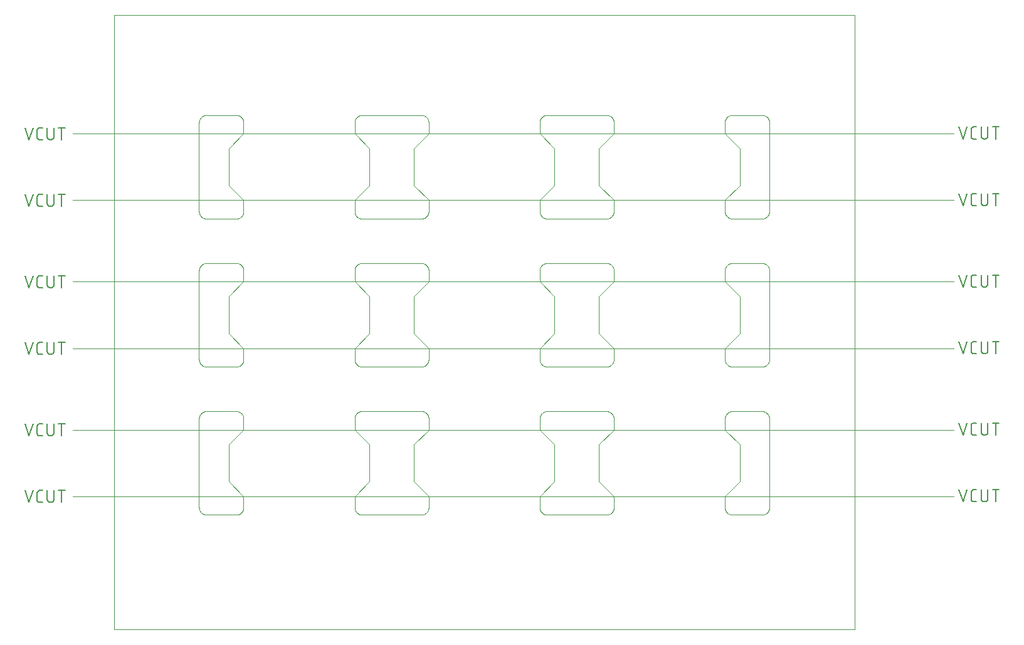
<source format=gko>
G75*
%MOIN*%
%OFA0B0*%
%FSLAX25Y25*%
%IPPOS*%
%LPD*%
%AMOC8*
5,1,8,0,0,1.08239X$1,22.5*
%
%ADD10C,0.00000*%
%ADD11C,0.00600*%
D10*
X0054543Y0058874D02*
X0054543Y0385646D01*
X0448244Y0385646D01*
X0448244Y0058874D01*
X0054543Y0058874D01*
X0103756Y0119898D02*
X0119504Y0119898D01*
X0119628Y0119900D01*
X0119751Y0119906D01*
X0119875Y0119915D01*
X0119997Y0119929D01*
X0120120Y0119946D01*
X0120242Y0119968D01*
X0120363Y0119993D01*
X0120483Y0120022D01*
X0120602Y0120054D01*
X0120721Y0120091D01*
X0120838Y0120131D01*
X0120953Y0120174D01*
X0121068Y0120222D01*
X0121180Y0120273D01*
X0121291Y0120327D01*
X0121401Y0120385D01*
X0121508Y0120446D01*
X0121614Y0120511D01*
X0121717Y0120579D01*
X0121818Y0120650D01*
X0121917Y0120724D01*
X0122014Y0120801D01*
X0122108Y0120882D01*
X0122199Y0120965D01*
X0122288Y0121051D01*
X0122374Y0121140D01*
X0122457Y0121231D01*
X0122538Y0121325D01*
X0122615Y0121422D01*
X0122689Y0121521D01*
X0122760Y0121622D01*
X0122828Y0121725D01*
X0122893Y0121831D01*
X0122954Y0121938D01*
X0123012Y0122048D01*
X0123066Y0122159D01*
X0123117Y0122271D01*
X0123165Y0122386D01*
X0123208Y0122501D01*
X0123248Y0122618D01*
X0123285Y0122737D01*
X0123317Y0122856D01*
X0123346Y0122976D01*
X0123371Y0123097D01*
X0123393Y0123219D01*
X0123410Y0123342D01*
X0123424Y0123464D01*
X0123433Y0123588D01*
X0123439Y0123711D01*
X0123441Y0123835D01*
X0123441Y0129740D01*
X0115567Y0137614D01*
X0115567Y0157299D01*
X0123441Y0165173D01*
X0123441Y0171079D01*
X0123439Y0171203D01*
X0123433Y0171326D01*
X0123424Y0171450D01*
X0123410Y0171572D01*
X0123393Y0171695D01*
X0123371Y0171817D01*
X0123346Y0171938D01*
X0123317Y0172058D01*
X0123285Y0172177D01*
X0123248Y0172296D01*
X0123208Y0172413D01*
X0123165Y0172528D01*
X0123117Y0172643D01*
X0123066Y0172755D01*
X0123012Y0172866D01*
X0122954Y0172976D01*
X0122893Y0173083D01*
X0122828Y0173189D01*
X0122760Y0173292D01*
X0122689Y0173393D01*
X0122615Y0173492D01*
X0122538Y0173589D01*
X0122457Y0173683D01*
X0122374Y0173774D01*
X0122288Y0173863D01*
X0122199Y0173949D01*
X0122108Y0174032D01*
X0122014Y0174113D01*
X0121917Y0174190D01*
X0121818Y0174264D01*
X0121717Y0174335D01*
X0121614Y0174403D01*
X0121508Y0174468D01*
X0121401Y0174529D01*
X0121291Y0174587D01*
X0121180Y0174641D01*
X0121068Y0174692D01*
X0120953Y0174740D01*
X0120838Y0174783D01*
X0120721Y0174823D01*
X0120602Y0174860D01*
X0120483Y0174892D01*
X0120363Y0174921D01*
X0120242Y0174946D01*
X0120120Y0174968D01*
X0119997Y0174985D01*
X0119875Y0174999D01*
X0119751Y0175008D01*
X0119628Y0175014D01*
X0119504Y0175016D01*
X0103756Y0175016D01*
X0103632Y0175014D01*
X0103509Y0175008D01*
X0103385Y0174999D01*
X0103263Y0174985D01*
X0103140Y0174968D01*
X0103018Y0174946D01*
X0102897Y0174921D01*
X0102777Y0174892D01*
X0102658Y0174860D01*
X0102539Y0174823D01*
X0102422Y0174783D01*
X0102307Y0174740D01*
X0102192Y0174692D01*
X0102080Y0174641D01*
X0101969Y0174587D01*
X0101859Y0174529D01*
X0101752Y0174468D01*
X0101646Y0174403D01*
X0101543Y0174335D01*
X0101442Y0174264D01*
X0101343Y0174190D01*
X0101246Y0174113D01*
X0101152Y0174032D01*
X0101061Y0173949D01*
X0100972Y0173863D01*
X0100886Y0173774D01*
X0100803Y0173683D01*
X0100722Y0173589D01*
X0100645Y0173492D01*
X0100571Y0173393D01*
X0100500Y0173292D01*
X0100432Y0173189D01*
X0100367Y0173083D01*
X0100306Y0172976D01*
X0100248Y0172866D01*
X0100194Y0172755D01*
X0100143Y0172643D01*
X0100095Y0172528D01*
X0100052Y0172413D01*
X0100012Y0172296D01*
X0099975Y0172177D01*
X0099943Y0172058D01*
X0099914Y0171938D01*
X0099889Y0171817D01*
X0099867Y0171695D01*
X0099850Y0171572D01*
X0099836Y0171450D01*
X0099827Y0171326D01*
X0099821Y0171203D01*
X0099819Y0171079D01*
X0099819Y0123835D01*
X0099821Y0123711D01*
X0099827Y0123588D01*
X0099836Y0123464D01*
X0099850Y0123342D01*
X0099867Y0123219D01*
X0099889Y0123097D01*
X0099914Y0122976D01*
X0099943Y0122856D01*
X0099975Y0122737D01*
X0100012Y0122618D01*
X0100052Y0122501D01*
X0100095Y0122386D01*
X0100143Y0122271D01*
X0100194Y0122159D01*
X0100248Y0122048D01*
X0100306Y0121938D01*
X0100367Y0121831D01*
X0100432Y0121725D01*
X0100500Y0121622D01*
X0100571Y0121521D01*
X0100645Y0121422D01*
X0100722Y0121325D01*
X0100803Y0121231D01*
X0100886Y0121140D01*
X0100972Y0121051D01*
X0101061Y0120965D01*
X0101152Y0120882D01*
X0101246Y0120801D01*
X0101343Y0120724D01*
X0101442Y0120650D01*
X0101543Y0120579D01*
X0101646Y0120511D01*
X0101752Y0120446D01*
X0101859Y0120385D01*
X0101969Y0120327D01*
X0102080Y0120273D01*
X0102192Y0120222D01*
X0102307Y0120174D01*
X0102422Y0120131D01*
X0102539Y0120091D01*
X0102658Y0120054D01*
X0102777Y0120022D01*
X0102897Y0119993D01*
X0103018Y0119968D01*
X0103140Y0119946D01*
X0103263Y0119929D01*
X0103385Y0119915D01*
X0103509Y0119906D01*
X0103632Y0119900D01*
X0103756Y0119898D01*
X0134858Y0129740D02*
X0201787Y0129740D01*
X0199819Y0129740D02*
X0140764Y0129740D01*
X0140764Y0165173D02*
X0199819Y0165173D01*
X0201787Y0165173D02*
X0134858Y0165173D01*
X0119504Y0198638D02*
X0103756Y0198638D01*
X0103632Y0198640D01*
X0103509Y0198646D01*
X0103385Y0198655D01*
X0103263Y0198669D01*
X0103140Y0198686D01*
X0103018Y0198708D01*
X0102897Y0198733D01*
X0102777Y0198762D01*
X0102658Y0198794D01*
X0102539Y0198831D01*
X0102422Y0198871D01*
X0102307Y0198914D01*
X0102192Y0198962D01*
X0102080Y0199013D01*
X0101969Y0199067D01*
X0101859Y0199125D01*
X0101752Y0199186D01*
X0101646Y0199251D01*
X0101543Y0199319D01*
X0101442Y0199390D01*
X0101343Y0199464D01*
X0101246Y0199541D01*
X0101152Y0199622D01*
X0101061Y0199705D01*
X0100972Y0199791D01*
X0100886Y0199880D01*
X0100803Y0199971D01*
X0100722Y0200065D01*
X0100645Y0200162D01*
X0100571Y0200261D01*
X0100500Y0200362D01*
X0100432Y0200465D01*
X0100367Y0200571D01*
X0100306Y0200678D01*
X0100248Y0200788D01*
X0100194Y0200899D01*
X0100143Y0201011D01*
X0100095Y0201126D01*
X0100052Y0201241D01*
X0100012Y0201358D01*
X0099975Y0201477D01*
X0099943Y0201596D01*
X0099914Y0201716D01*
X0099889Y0201837D01*
X0099867Y0201959D01*
X0099850Y0202082D01*
X0099836Y0202204D01*
X0099827Y0202328D01*
X0099821Y0202451D01*
X0099819Y0202575D01*
X0099819Y0249819D01*
X0099821Y0249943D01*
X0099827Y0250066D01*
X0099836Y0250190D01*
X0099850Y0250312D01*
X0099867Y0250435D01*
X0099889Y0250557D01*
X0099914Y0250678D01*
X0099943Y0250798D01*
X0099975Y0250917D01*
X0100012Y0251036D01*
X0100052Y0251153D01*
X0100095Y0251268D01*
X0100143Y0251383D01*
X0100194Y0251495D01*
X0100248Y0251606D01*
X0100306Y0251716D01*
X0100367Y0251823D01*
X0100432Y0251929D01*
X0100500Y0252032D01*
X0100571Y0252133D01*
X0100645Y0252232D01*
X0100722Y0252329D01*
X0100803Y0252423D01*
X0100886Y0252514D01*
X0100972Y0252603D01*
X0101061Y0252689D01*
X0101152Y0252772D01*
X0101246Y0252853D01*
X0101343Y0252930D01*
X0101442Y0253004D01*
X0101543Y0253075D01*
X0101646Y0253143D01*
X0101752Y0253208D01*
X0101859Y0253269D01*
X0101969Y0253327D01*
X0102080Y0253381D01*
X0102192Y0253432D01*
X0102307Y0253480D01*
X0102422Y0253523D01*
X0102539Y0253563D01*
X0102658Y0253600D01*
X0102777Y0253632D01*
X0102897Y0253661D01*
X0103018Y0253686D01*
X0103140Y0253708D01*
X0103263Y0253725D01*
X0103385Y0253739D01*
X0103509Y0253748D01*
X0103632Y0253754D01*
X0103756Y0253756D01*
X0119504Y0253756D01*
X0119628Y0253754D01*
X0119751Y0253748D01*
X0119875Y0253739D01*
X0119997Y0253725D01*
X0120120Y0253708D01*
X0120242Y0253686D01*
X0120363Y0253661D01*
X0120483Y0253632D01*
X0120602Y0253600D01*
X0120721Y0253563D01*
X0120838Y0253523D01*
X0120953Y0253480D01*
X0121068Y0253432D01*
X0121180Y0253381D01*
X0121291Y0253327D01*
X0121401Y0253269D01*
X0121508Y0253208D01*
X0121614Y0253143D01*
X0121717Y0253075D01*
X0121818Y0253004D01*
X0121917Y0252930D01*
X0122014Y0252853D01*
X0122108Y0252772D01*
X0122199Y0252689D01*
X0122288Y0252603D01*
X0122374Y0252514D01*
X0122457Y0252423D01*
X0122538Y0252329D01*
X0122615Y0252232D01*
X0122689Y0252133D01*
X0122760Y0252032D01*
X0122828Y0251929D01*
X0122893Y0251823D01*
X0122954Y0251716D01*
X0123012Y0251606D01*
X0123066Y0251495D01*
X0123117Y0251383D01*
X0123165Y0251268D01*
X0123208Y0251153D01*
X0123248Y0251036D01*
X0123285Y0250917D01*
X0123317Y0250798D01*
X0123346Y0250678D01*
X0123371Y0250557D01*
X0123393Y0250435D01*
X0123410Y0250312D01*
X0123424Y0250190D01*
X0123433Y0250066D01*
X0123439Y0249943D01*
X0123441Y0249819D01*
X0123441Y0243913D01*
X0115567Y0236039D01*
X0115567Y0216354D01*
X0123441Y0208480D01*
X0123441Y0202575D01*
X0123439Y0202451D01*
X0123433Y0202328D01*
X0123424Y0202204D01*
X0123410Y0202082D01*
X0123393Y0201959D01*
X0123371Y0201837D01*
X0123346Y0201716D01*
X0123317Y0201596D01*
X0123285Y0201477D01*
X0123248Y0201358D01*
X0123208Y0201241D01*
X0123165Y0201126D01*
X0123117Y0201011D01*
X0123066Y0200899D01*
X0123012Y0200788D01*
X0122954Y0200678D01*
X0122893Y0200571D01*
X0122828Y0200465D01*
X0122760Y0200362D01*
X0122689Y0200261D01*
X0122615Y0200162D01*
X0122538Y0200065D01*
X0122457Y0199971D01*
X0122374Y0199880D01*
X0122288Y0199791D01*
X0122199Y0199705D01*
X0122108Y0199622D01*
X0122014Y0199541D01*
X0121917Y0199464D01*
X0121818Y0199390D01*
X0121717Y0199319D01*
X0121614Y0199251D01*
X0121508Y0199186D01*
X0121401Y0199125D01*
X0121291Y0199067D01*
X0121180Y0199013D01*
X0121068Y0198962D01*
X0120953Y0198914D01*
X0120838Y0198871D01*
X0120721Y0198831D01*
X0120602Y0198794D01*
X0120483Y0198762D01*
X0120363Y0198733D01*
X0120242Y0198708D01*
X0120120Y0198686D01*
X0119997Y0198669D01*
X0119875Y0198655D01*
X0119751Y0198646D01*
X0119628Y0198640D01*
X0119504Y0198638D01*
X0134858Y0208480D02*
X0201787Y0208480D01*
X0199819Y0208480D02*
X0140764Y0208480D01*
X0140764Y0243913D02*
X0199819Y0243913D01*
X0201787Y0243913D02*
X0134858Y0243913D01*
X0119504Y0277378D02*
X0103756Y0277378D01*
X0103632Y0277380D01*
X0103509Y0277386D01*
X0103385Y0277395D01*
X0103263Y0277409D01*
X0103140Y0277426D01*
X0103018Y0277448D01*
X0102897Y0277473D01*
X0102777Y0277502D01*
X0102658Y0277534D01*
X0102539Y0277571D01*
X0102422Y0277611D01*
X0102307Y0277654D01*
X0102192Y0277702D01*
X0102080Y0277753D01*
X0101969Y0277807D01*
X0101859Y0277865D01*
X0101752Y0277926D01*
X0101646Y0277991D01*
X0101543Y0278059D01*
X0101442Y0278130D01*
X0101343Y0278204D01*
X0101246Y0278281D01*
X0101152Y0278362D01*
X0101061Y0278445D01*
X0100972Y0278531D01*
X0100886Y0278620D01*
X0100803Y0278711D01*
X0100722Y0278805D01*
X0100645Y0278902D01*
X0100571Y0279001D01*
X0100500Y0279102D01*
X0100432Y0279205D01*
X0100367Y0279311D01*
X0100306Y0279418D01*
X0100248Y0279528D01*
X0100194Y0279639D01*
X0100143Y0279751D01*
X0100095Y0279866D01*
X0100052Y0279981D01*
X0100012Y0280098D01*
X0099975Y0280217D01*
X0099943Y0280336D01*
X0099914Y0280456D01*
X0099889Y0280577D01*
X0099867Y0280699D01*
X0099850Y0280822D01*
X0099836Y0280944D01*
X0099827Y0281068D01*
X0099821Y0281191D01*
X0099819Y0281315D01*
X0099819Y0328559D01*
X0099821Y0328683D01*
X0099827Y0328806D01*
X0099836Y0328930D01*
X0099850Y0329052D01*
X0099867Y0329175D01*
X0099889Y0329297D01*
X0099914Y0329418D01*
X0099943Y0329538D01*
X0099975Y0329657D01*
X0100012Y0329776D01*
X0100052Y0329893D01*
X0100095Y0330008D01*
X0100143Y0330123D01*
X0100194Y0330235D01*
X0100248Y0330346D01*
X0100306Y0330456D01*
X0100367Y0330563D01*
X0100432Y0330669D01*
X0100500Y0330772D01*
X0100571Y0330873D01*
X0100645Y0330972D01*
X0100722Y0331069D01*
X0100803Y0331163D01*
X0100886Y0331254D01*
X0100972Y0331343D01*
X0101061Y0331429D01*
X0101152Y0331512D01*
X0101246Y0331593D01*
X0101343Y0331670D01*
X0101442Y0331744D01*
X0101543Y0331815D01*
X0101646Y0331883D01*
X0101752Y0331948D01*
X0101859Y0332009D01*
X0101969Y0332067D01*
X0102080Y0332121D01*
X0102192Y0332172D01*
X0102307Y0332220D01*
X0102422Y0332263D01*
X0102539Y0332303D01*
X0102658Y0332340D01*
X0102777Y0332372D01*
X0102897Y0332401D01*
X0103018Y0332426D01*
X0103140Y0332448D01*
X0103263Y0332465D01*
X0103385Y0332479D01*
X0103509Y0332488D01*
X0103632Y0332494D01*
X0103756Y0332496D01*
X0119504Y0332496D01*
X0119628Y0332494D01*
X0119751Y0332488D01*
X0119875Y0332479D01*
X0119997Y0332465D01*
X0120120Y0332448D01*
X0120242Y0332426D01*
X0120363Y0332401D01*
X0120483Y0332372D01*
X0120602Y0332340D01*
X0120721Y0332303D01*
X0120838Y0332263D01*
X0120953Y0332220D01*
X0121068Y0332172D01*
X0121180Y0332121D01*
X0121291Y0332067D01*
X0121401Y0332009D01*
X0121508Y0331948D01*
X0121614Y0331883D01*
X0121717Y0331815D01*
X0121818Y0331744D01*
X0121917Y0331670D01*
X0122014Y0331593D01*
X0122108Y0331512D01*
X0122199Y0331429D01*
X0122288Y0331343D01*
X0122374Y0331254D01*
X0122457Y0331163D01*
X0122538Y0331069D01*
X0122615Y0330972D01*
X0122689Y0330873D01*
X0122760Y0330772D01*
X0122828Y0330669D01*
X0122893Y0330563D01*
X0122954Y0330456D01*
X0123012Y0330346D01*
X0123066Y0330235D01*
X0123117Y0330123D01*
X0123165Y0330008D01*
X0123208Y0329893D01*
X0123248Y0329776D01*
X0123285Y0329657D01*
X0123317Y0329538D01*
X0123346Y0329418D01*
X0123371Y0329297D01*
X0123393Y0329175D01*
X0123410Y0329052D01*
X0123424Y0328930D01*
X0123433Y0328806D01*
X0123439Y0328683D01*
X0123441Y0328559D01*
X0123441Y0322654D01*
X0115567Y0314780D01*
X0115567Y0295094D01*
X0123441Y0287220D01*
X0123441Y0281315D01*
X0123439Y0281191D01*
X0123433Y0281068D01*
X0123424Y0280944D01*
X0123410Y0280822D01*
X0123393Y0280699D01*
X0123371Y0280577D01*
X0123346Y0280456D01*
X0123317Y0280336D01*
X0123285Y0280217D01*
X0123248Y0280098D01*
X0123208Y0279981D01*
X0123165Y0279866D01*
X0123117Y0279751D01*
X0123066Y0279639D01*
X0123012Y0279528D01*
X0122954Y0279418D01*
X0122893Y0279311D01*
X0122828Y0279205D01*
X0122760Y0279102D01*
X0122689Y0279001D01*
X0122615Y0278902D01*
X0122538Y0278805D01*
X0122457Y0278711D01*
X0122374Y0278620D01*
X0122288Y0278531D01*
X0122199Y0278445D01*
X0122108Y0278362D01*
X0122014Y0278281D01*
X0121917Y0278204D01*
X0121818Y0278130D01*
X0121717Y0278059D01*
X0121614Y0277991D01*
X0121508Y0277926D01*
X0121401Y0277865D01*
X0121291Y0277807D01*
X0121180Y0277753D01*
X0121068Y0277702D01*
X0120953Y0277654D01*
X0120838Y0277611D01*
X0120721Y0277571D01*
X0120602Y0277534D01*
X0120483Y0277502D01*
X0120363Y0277473D01*
X0120242Y0277448D01*
X0120120Y0277426D01*
X0119997Y0277409D01*
X0119875Y0277395D01*
X0119751Y0277386D01*
X0119628Y0277380D01*
X0119504Y0277378D01*
X0134858Y0287220D02*
X0201787Y0287220D01*
X0199819Y0287220D02*
X0140764Y0287220D01*
X0140764Y0322654D02*
X0199819Y0322654D01*
X0201787Y0322654D02*
X0134858Y0322654D01*
X0182496Y0322654D02*
X0182496Y0328559D01*
X0182498Y0328683D01*
X0182504Y0328806D01*
X0182513Y0328930D01*
X0182527Y0329052D01*
X0182544Y0329175D01*
X0182566Y0329297D01*
X0182591Y0329418D01*
X0182620Y0329538D01*
X0182652Y0329657D01*
X0182689Y0329776D01*
X0182729Y0329893D01*
X0182772Y0330008D01*
X0182820Y0330123D01*
X0182871Y0330235D01*
X0182925Y0330346D01*
X0182983Y0330456D01*
X0183044Y0330563D01*
X0183109Y0330669D01*
X0183177Y0330772D01*
X0183248Y0330873D01*
X0183322Y0330972D01*
X0183399Y0331069D01*
X0183480Y0331163D01*
X0183563Y0331254D01*
X0183649Y0331343D01*
X0183738Y0331429D01*
X0183829Y0331512D01*
X0183923Y0331593D01*
X0184020Y0331670D01*
X0184119Y0331744D01*
X0184220Y0331815D01*
X0184323Y0331883D01*
X0184429Y0331948D01*
X0184536Y0332009D01*
X0184646Y0332067D01*
X0184757Y0332121D01*
X0184869Y0332172D01*
X0184984Y0332220D01*
X0185099Y0332263D01*
X0185216Y0332303D01*
X0185335Y0332340D01*
X0185454Y0332372D01*
X0185574Y0332401D01*
X0185695Y0332426D01*
X0185817Y0332448D01*
X0185940Y0332465D01*
X0186062Y0332479D01*
X0186186Y0332488D01*
X0186309Y0332494D01*
X0186433Y0332496D01*
X0217929Y0332496D01*
X0218053Y0332494D01*
X0218176Y0332488D01*
X0218300Y0332479D01*
X0218422Y0332465D01*
X0218545Y0332448D01*
X0218667Y0332426D01*
X0218788Y0332401D01*
X0218908Y0332372D01*
X0219027Y0332340D01*
X0219146Y0332303D01*
X0219263Y0332263D01*
X0219378Y0332220D01*
X0219493Y0332172D01*
X0219605Y0332121D01*
X0219716Y0332067D01*
X0219826Y0332009D01*
X0219933Y0331948D01*
X0220039Y0331883D01*
X0220142Y0331815D01*
X0220243Y0331744D01*
X0220342Y0331670D01*
X0220439Y0331593D01*
X0220533Y0331512D01*
X0220624Y0331429D01*
X0220713Y0331343D01*
X0220799Y0331254D01*
X0220882Y0331163D01*
X0220963Y0331069D01*
X0221040Y0330972D01*
X0221114Y0330873D01*
X0221185Y0330772D01*
X0221253Y0330669D01*
X0221318Y0330563D01*
X0221379Y0330456D01*
X0221437Y0330346D01*
X0221491Y0330235D01*
X0221542Y0330123D01*
X0221590Y0330008D01*
X0221633Y0329893D01*
X0221673Y0329776D01*
X0221710Y0329657D01*
X0221742Y0329538D01*
X0221771Y0329418D01*
X0221796Y0329297D01*
X0221818Y0329175D01*
X0221835Y0329052D01*
X0221849Y0328930D01*
X0221858Y0328806D01*
X0221864Y0328683D01*
X0221866Y0328559D01*
X0221866Y0322654D01*
X0213992Y0314780D01*
X0213992Y0295094D01*
X0221866Y0287220D01*
X0221866Y0281315D01*
X0221864Y0281191D01*
X0221858Y0281068D01*
X0221849Y0280944D01*
X0221835Y0280822D01*
X0221818Y0280699D01*
X0221796Y0280577D01*
X0221771Y0280456D01*
X0221742Y0280336D01*
X0221710Y0280217D01*
X0221673Y0280098D01*
X0221633Y0279981D01*
X0221590Y0279866D01*
X0221542Y0279751D01*
X0221491Y0279639D01*
X0221437Y0279528D01*
X0221379Y0279418D01*
X0221318Y0279311D01*
X0221253Y0279205D01*
X0221185Y0279102D01*
X0221114Y0279001D01*
X0221040Y0278902D01*
X0220963Y0278805D01*
X0220882Y0278711D01*
X0220799Y0278620D01*
X0220713Y0278531D01*
X0220624Y0278445D01*
X0220533Y0278362D01*
X0220439Y0278281D01*
X0220342Y0278204D01*
X0220243Y0278130D01*
X0220142Y0278059D01*
X0220039Y0277991D01*
X0219933Y0277926D01*
X0219826Y0277865D01*
X0219716Y0277807D01*
X0219605Y0277753D01*
X0219493Y0277702D01*
X0219378Y0277654D01*
X0219263Y0277611D01*
X0219146Y0277571D01*
X0219027Y0277534D01*
X0218908Y0277502D01*
X0218788Y0277473D01*
X0218667Y0277448D01*
X0218545Y0277426D01*
X0218422Y0277409D01*
X0218300Y0277395D01*
X0218176Y0277386D01*
X0218053Y0277380D01*
X0217929Y0277378D01*
X0186433Y0277378D01*
X0186309Y0277380D01*
X0186186Y0277386D01*
X0186062Y0277395D01*
X0185940Y0277409D01*
X0185817Y0277426D01*
X0185695Y0277448D01*
X0185574Y0277473D01*
X0185454Y0277502D01*
X0185335Y0277534D01*
X0185216Y0277571D01*
X0185099Y0277611D01*
X0184984Y0277654D01*
X0184869Y0277702D01*
X0184757Y0277753D01*
X0184646Y0277807D01*
X0184536Y0277865D01*
X0184429Y0277926D01*
X0184323Y0277991D01*
X0184220Y0278059D01*
X0184119Y0278130D01*
X0184020Y0278204D01*
X0183923Y0278281D01*
X0183829Y0278362D01*
X0183738Y0278445D01*
X0183649Y0278531D01*
X0183563Y0278620D01*
X0183480Y0278711D01*
X0183399Y0278805D01*
X0183322Y0278902D01*
X0183248Y0279001D01*
X0183177Y0279102D01*
X0183109Y0279205D01*
X0183044Y0279311D01*
X0182983Y0279418D01*
X0182925Y0279528D01*
X0182871Y0279639D01*
X0182820Y0279751D01*
X0182772Y0279866D01*
X0182729Y0279981D01*
X0182689Y0280098D01*
X0182652Y0280217D01*
X0182620Y0280336D01*
X0182591Y0280456D01*
X0182566Y0280577D01*
X0182544Y0280699D01*
X0182527Y0280822D01*
X0182513Y0280944D01*
X0182504Y0281068D01*
X0182498Y0281191D01*
X0182496Y0281315D01*
X0182496Y0287220D01*
X0190370Y0295094D01*
X0190370Y0314780D01*
X0182496Y0322654D01*
X0209661Y0322654D02*
X0276591Y0322654D01*
X0280921Y0322654D02*
X0280921Y0328559D01*
X0280923Y0328683D01*
X0280929Y0328806D01*
X0280938Y0328930D01*
X0280952Y0329052D01*
X0280969Y0329175D01*
X0280991Y0329297D01*
X0281016Y0329418D01*
X0281045Y0329538D01*
X0281077Y0329657D01*
X0281114Y0329776D01*
X0281154Y0329893D01*
X0281197Y0330008D01*
X0281245Y0330123D01*
X0281296Y0330235D01*
X0281350Y0330346D01*
X0281408Y0330456D01*
X0281469Y0330563D01*
X0281534Y0330669D01*
X0281602Y0330772D01*
X0281673Y0330873D01*
X0281747Y0330972D01*
X0281824Y0331069D01*
X0281905Y0331163D01*
X0281988Y0331254D01*
X0282074Y0331343D01*
X0282163Y0331429D01*
X0282254Y0331512D01*
X0282348Y0331593D01*
X0282445Y0331670D01*
X0282544Y0331744D01*
X0282645Y0331815D01*
X0282748Y0331883D01*
X0282854Y0331948D01*
X0282961Y0332009D01*
X0283071Y0332067D01*
X0283182Y0332121D01*
X0283294Y0332172D01*
X0283409Y0332220D01*
X0283524Y0332263D01*
X0283641Y0332303D01*
X0283760Y0332340D01*
X0283879Y0332372D01*
X0283999Y0332401D01*
X0284120Y0332426D01*
X0284242Y0332448D01*
X0284365Y0332465D01*
X0284487Y0332479D01*
X0284611Y0332488D01*
X0284734Y0332494D01*
X0284858Y0332496D01*
X0316354Y0332496D01*
X0316478Y0332494D01*
X0316601Y0332488D01*
X0316725Y0332479D01*
X0316847Y0332465D01*
X0316970Y0332448D01*
X0317092Y0332426D01*
X0317213Y0332401D01*
X0317333Y0332372D01*
X0317452Y0332340D01*
X0317571Y0332303D01*
X0317688Y0332263D01*
X0317803Y0332220D01*
X0317918Y0332172D01*
X0318030Y0332121D01*
X0318141Y0332067D01*
X0318251Y0332009D01*
X0318358Y0331948D01*
X0318464Y0331883D01*
X0318567Y0331815D01*
X0318668Y0331744D01*
X0318767Y0331670D01*
X0318864Y0331593D01*
X0318958Y0331512D01*
X0319049Y0331429D01*
X0319138Y0331343D01*
X0319224Y0331254D01*
X0319307Y0331163D01*
X0319388Y0331069D01*
X0319465Y0330972D01*
X0319539Y0330873D01*
X0319610Y0330772D01*
X0319678Y0330669D01*
X0319743Y0330563D01*
X0319804Y0330456D01*
X0319862Y0330346D01*
X0319916Y0330235D01*
X0319967Y0330123D01*
X0320015Y0330008D01*
X0320058Y0329893D01*
X0320098Y0329776D01*
X0320135Y0329657D01*
X0320167Y0329538D01*
X0320196Y0329418D01*
X0320221Y0329297D01*
X0320243Y0329175D01*
X0320260Y0329052D01*
X0320274Y0328930D01*
X0320283Y0328806D01*
X0320289Y0328683D01*
X0320291Y0328559D01*
X0320291Y0322654D01*
X0312417Y0314780D01*
X0312417Y0295094D01*
X0320291Y0287220D01*
X0320291Y0281315D01*
X0320289Y0281191D01*
X0320283Y0281068D01*
X0320274Y0280944D01*
X0320260Y0280822D01*
X0320243Y0280699D01*
X0320221Y0280577D01*
X0320196Y0280456D01*
X0320167Y0280336D01*
X0320135Y0280217D01*
X0320098Y0280098D01*
X0320058Y0279981D01*
X0320015Y0279866D01*
X0319967Y0279751D01*
X0319916Y0279639D01*
X0319862Y0279528D01*
X0319804Y0279418D01*
X0319743Y0279311D01*
X0319678Y0279205D01*
X0319610Y0279102D01*
X0319539Y0279001D01*
X0319465Y0278902D01*
X0319388Y0278805D01*
X0319307Y0278711D01*
X0319224Y0278620D01*
X0319138Y0278531D01*
X0319049Y0278445D01*
X0318958Y0278362D01*
X0318864Y0278281D01*
X0318767Y0278204D01*
X0318668Y0278130D01*
X0318567Y0278059D01*
X0318464Y0277991D01*
X0318358Y0277926D01*
X0318251Y0277865D01*
X0318141Y0277807D01*
X0318030Y0277753D01*
X0317918Y0277702D01*
X0317803Y0277654D01*
X0317688Y0277611D01*
X0317571Y0277571D01*
X0317452Y0277534D01*
X0317333Y0277502D01*
X0317213Y0277473D01*
X0317092Y0277448D01*
X0316970Y0277426D01*
X0316847Y0277409D01*
X0316725Y0277395D01*
X0316601Y0277386D01*
X0316478Y0277380D01*
X0316354Y0277378D01*
X0284858Y0277378D01*
X0284734Y0277380D01*
X0284611Y0277386D01*
X0284487Y0277395D01*
X0284365Y0277409D01*
X0284242Y0277426D01*
X0284120Y0277448D01*
X0283999Y0277473D01*
X0283879Y0277502D01*
X0283760Y0277534D01*
X0283641Y0277571D01*
X0283524Y0277611D01*
X0283409Y0277654D01*
X0283294Y0277702D01*
X0283182Y0277753D01*
X0283071Y0277807D01*
X0282961Y0277865D01*
X0282854Y0277926D01*
X0282748Y0277991D01*
X0282645Y0278059D01*
X0282544Y0278130D01*
X0282445Y0278204D01*
X0282348Y0278281D01*
X0282254Y0278362D01*
X0282163Y0278445D01*
X0282074Y0278531D01*
X0281988Y0278620D01*
X0281905Y0278711D01*
X0281824Y0278805D01*
X0281747Y0278902D01*
X0281673Y0279001D01*
X0281602Y0279102D01*
X0281534Y0279205D01*
X0281469Y0279311D01*
X0281408Y0279418D01*
X0281350Y0279528D01*
X0281296Y0279639D01*
X0281245Y0279751D01*
X0281197Y0279866D01*
X0281154Y0279981D01*
X0281114Y0280098D01*
X0281077Y0280217D01*
X0281045Y0280336D01*
X0281016Y0280456D01*
X0280991Y0280577D01*
X0280969Y0280699D01*
X0280952Y0280822D01*
X0280938Y0280944D01*
X0280929Y0281068D01*
X0280923Y0281191D01*
X0280921Y0281315D01*
X0280921Y0287220D01*
X0288795Y0295094D01*
X0288795Y0314780D01*
X0280921Y0322654D01*
X0284465Y0322654D02*
X0351394Y0322654D01*
X0359268Y0322654D02*
X0426197Y0322654D01*
X0402969Y0328559D02*
X0402969Y0281315D01*
X0402968Y0281315D02*
X0402966Y0281191D01*
X0402960Y0281068D01*
X0402951Y0280944D01*
X0402937Y0280822D01*
X0402920Y0280699D01*
X0402898Y0280577D01*
X0402873Y0280456D01*
X0402844Y0280336D01*
X0402812Y0280217D01*
X0402775Y0280098D01*
X0402735Y0279981D01*
X0402692Y0279866D01*
X0402644Y0279751D01*
X0402593Y0279639D01*
X0402539Y0279528D01*
X0402481Y0279418D01*
X0402420Y0279311D01*
X0402355Y0279205D01*
X0402287Y0279102D01*
X0402216Y0279001D01*
X0402142Y0278902D01*
X0402065Y0278805D01*
X0401984Y0278711D01*
X0401901Y0278620D01*
X0401815Y0278531D01*
X0401726Y0278445D01*
X0401635Y0278362D01*
X0401541Y0278281D01*
X0401444Y0278204D01*
X0401345Y0278130D01*
X0401244Y0278059D01*
X0401141Y0277991D01*
X0401035Y0277926D01*
X0400928Y0277865D01*
X0400818Y0277807D01*
X0400707Y0277753D01*
X0400595Y0277702D01*
X0400480Y0277654D01*
X0400365Y0277611D01*
X0400248Y0277571D01*
X0400129Y0277534D01*
X0400010Y0277502D01*
X0399890Y0277473D01*
X0399769Y0277448D01*
X0399647Y0277426D01*
X0399524Y0277409D01*
X0399402Y0277395D01*
X0399278Y0277386D01*
X0399155Y0277380D01*
X0399031Y0277378D01*
X0383283Y0277378D01*
X0383159Y0277380D01*
X0383036Y0277386D01*
X0382912Y0277395D01*
X0382790Y0277409D01*
X0382667Y0277426D01*
X0382545Y0277448D01*
X0382424Y0277473D01*
X0382304Y0277502D01*
X0382185Y0277534D01*
X0382066Y0277571D01*
X0381949Y0277611D01*
X0381834Y0277654D01*
X0381719Y0277702D01*
X0381607Y0277753D01*
X0381496Y0277807D01*
X0381386Y0277865D01*
X0381279Y0277926D01*
X0381173Y0277991D01*
X0381070Y0278059D01*
X0380969Y0278130D01*
X0380870Y0278204D01*
X0380773Y0278281D01*
X0380679Y0278362D01*
X0380588Y0278445D01*
X0380499Y0278531D01*
X0380413Y0278620D01*
X0380330Y0278711D01*
X0380249Y0278805D01*
X0380172Y0278902D01*
X0380098Y0279001D01*
X0380027Y0279102D01*
X0379959Y0279205D01*
X0379894Y0279311D01*
X0379833Y0279418D01*
X0379775Y0279528D01*
X0379721Y0279639D01*
X0379670Y0279751D01*
X0379622Y0279866D01*
X0379579Y0279981D01*
X0379539Y0280098D01*
X0379502Y0280217D01*
X0379470Y0280336D01*
X0379441Y0280456D01*
X0379416Y0280577D01*
X0379394Y0280699D01*
X0379377Y0280822D01*
X0379363Y0280944D01*
X0379354Y0281068D01*
X0379348Y0281191D01*
X0379346Y0281315D01*
X0379346Y0287220D01*
X0387220Y0295094D01*
X0387220Y0314780D01*
X0379346Y0322654D01*
X0379346Y0328559D01*
X0379348Y0328683D01*
X0379354Y0328806D01*
X0379363Y0328930D01*
X0379377Y0329052D01*
X0379394Y0329175D01*
X0379416Y0329297D01*
X0379441Y0329418D01*
X0379470Y0329538D01*
X0379502Y0329657D01*
X0379539Y0329776D01*
X0379579Y0329893D01*
X0379622Y0330008D01*
X0379670Y0330123D01*
X0379721Y0330235D01*
X0379775Y0330346D01*
X0379833Y0330456D01*
X0379894Y0330563D01*
X0379959Y0330669D01*
X0380027Y0330772D01*
X0380098Y0330873D01*
X0380172Y0330972D01*
X0380249Y0331069D01*
X0380330Y0331163D01*
X0380413Y0331254D01*
X0380499Y0331343D01*
X0380588Y0331429D01*
X0380679Y0331512D01*
X0380773Y0331593D01*
X0380870Y0331670D01*
X0380969Y0331744D01*
X0381070Y0331815D01*
X0381173Y0331883D01*
X0381279Y0331948D01*
X0381386Y0332009D01*
X0381496Y0332067D01*
X0381607Y0332121D01*
X0381719Y0332172D01*
X0381834Y0332220D01*
X0381949Y0332263D01*
X0382066Y0332303D01*
X0382185Y0332340D01*
X0382304Y0332372D01*
X0382424Y0332401D01*
X0382545Y0332426D01*
X0382667Y0332448D01*
X0382790Y0332465D01*
X0382912Y0332479D01*
X0383036Y0332488D01*
X0383159Y0332494D01*
X0383283Y0332496D01*
X0399031Y0332496D01*
X0399155Y0332494D01*
X0399278Y0332488D01*
X0399402Y0332479D01*
X0399524Y0332465D01*
X0399647Y0332448D01*
X0399769Y0332426D01*
X0399890Y0332401D01*
X0400010Y0332372D01*
X0400129Y0332340D01*
X0400248Y0332303D01*
X0400365Y0332263D01*
X0400480Y0332220D01*
X0400595Y0332172D01*
X0400707Y0332121D01*
X0400818Y0332067D01*
X0400928Y0332009D01*
X0401035Y0331948D01*
X0401141Y0331883D01*
X0401244Y0331815D01*
X0401345Y0331744D01*
X0401444Y0331670D01*
X0401541Y0331593D01*
X0401635Y0331512D01*
X0401726Y0331429D01*
X0401815Y0331343D01*
X0401901Y0331254D01*
X0401984Y0331163D01*
X0402065Y0331069D01*
X0402142Y0330972D01*
X0402216Y0330873D01*
X0402287Y0330772D01*
X0402355Y0330669D01*
X0402420Y0330563D01*
X0402481Y0330456D01*
X0402539Y0330346D01*
X0402593Y0330235D01*
X0402644Y0330123D01*
X0402692Y0330008D01*
X0402735Y0329893D01*
X0402775Y0329776D01*
X0402812Y0329657D01*
X0402844Y0329538D01*
X0402873Y0329418D01*
X0402898Y0329297D01*
X0402920Y0329175D01*
X0402937Y0329052D01*
X0402951Y0328930D01*
X0402960Y0328806D01*
X0402966Y0328683D01*
X0402968Y0328559D01*
X0396669Y0322654D02*
X0337614Y0322654D01*
X0337614Y0287220D02*
X0396669Y0287220D01*
X0426197Y0287220D02*
X0359268Y0287220D01*
X0351394Y0287220D02*
X0284465Y0287220D01*
X0276591Y0287220D02*
X0209661Y0287220D01*
X0239189Y0287220D02*
X0298244Y0287220D01*
X0298244Y0322654D02*
X0239189Y0322654D01*
X0217929Y0253756D02*
X0186433Y0253756D01*
X0186309Y0253754D01*
X0186186Y0253748D01*
X0186062Y0253739D01*
X0185940Y0253725D01*
X0185817Y0253708D01*
X0185695Y0253686D01*
X0185574Y0253661D01*
X0185454Y0253632D01*
X0185335Y0253600D01*
X0185216Y0253563D01*
X0185099Y0253523D01*
X0184984Y0253480D01*
X0184869Y0253432D01*
X0184757Y0253381D01*
X0184646Y0253327D01*
X0184536Y0253269D01*
X0184429Y0253208D01*
X0184323Y0253143D01*
X0184220Y0253075D01*
X0184119Y0253004D01*
X0184020Y0252930D01*
X0183923Y0252853D01*
X0183829Y0252772D01*
X0183738Y0252689D01*
X0183649Y0252603D01*
X0183563Y0252514D01*
X0183480Y0252423D01*
X0183399Y0252329D01*
X0183322Y0252232D01*
X0183248Y0252133D01*
X0183177Y0252032D01*
X0183109Y0251929D01*
X0183044Y0251823D01*
X0182983Y0251716D01*
X0182925Y0251606D01*
X0182871Y0251495D01*
X0182820Y0251383D01*
X0182772Y0251268D01*
X0182729Y0251153D01*
X0182689Y0251036D01*
X0182652Y0250917D01*
X0182620Y0250798D01*
X0182591Y0250678D01*
X0182566Y0250557D01*
X0182544Y0250435D01*
X0182527Y0250312D01*
X0182513Y0250190D01*
X0182504Y0250066D01*
X0182498Y0249943D01*
X0182496Y0249819D01*
X0182496Y0243913D01*
X0190370Y0236039D01*
X0190370Y0216354D01*
X0182496Y0208480D01*
X0182496Y0202575D01*
X0182498Y0202451D01*
X0182504Y0202328D01*
X0182513Y0202204D01*
X0182527Y0202082D01*
X0182544Y0201959D01*
X0182566Y0201837D01*
X0182591Y0201716D01*
X0182620Y0201596D01*
X0182652Y0201477D01*
X0182689Y0201358D01*
X0182729Y0201241D01*
X0182772Y0201126D01*
X0182820Y0201011D01*
X0182871Y0200899D01*
X0182925Y0200788D01*
X0182983Y0200678D01*
X0183044Y0200571D01*
X0183109Y0200465D01*
X0183177Y0200362D01*
X0183248Y0200261D01*
X0183322Y0200162D01*
X0183399Y0200065D01*
X0183480Y0199971D01*
X0183563Y0199880D01*
X0183649Y0199791D01*
X0183738Y0199705D01*
X0183829Y0199622D01*
X0183923Y0199541D01*
X0184020Y0199464D01*
X0184119Y0199390D01*
X0184220Y0199319D01*
X0184323Y0199251D01*
X0184429Y0199186D01*
X0184536Y0199125D01*
X0184646Y0199067D01*
X0184757Y0199013D01*
X0184869Y0198962D01*
X0184984Y0198914D01*
X0185099Y0198871D01*
X0185216Y0198831D01*
X0185335Y0198794D01*
X0185454Y0198762D01*
X0185574Y0198733D01*
X0185695Y0198708D01*
X0185817Y0198686D01*
X0185940Y0198669D01*
X0186062Y0198655D01*
X0186186Y0198646D01*
X0186309Y0198640D01*
X0186433Y0198638D01*
X0217929Y0198638D01*
X0218053Y0198640D01*
X0218176Y0198646D01*
X0218300Y0198655D01*
X0218422Y0198669D01*
X0218545Y0198686D01*
X0218667Y0198708D01*
X0218788Y0198733D01*
X0218908Y0198762D01*
X0219027Y0198794D01*
X0219146Y0198831D01*
X0219263Y0198871D01*
X0219378Y0198914D01*
X0219493Y0198962D01*
X0219605Y0199013D01*
X0219716Y0199067D01*
X0219826Y0199125D01*
X0219933Y0199186D01*
X0220039Y0199251D01*
X0220142Y0199319D01*
X0220243Y0199390D01*
X0220342Y0199464D01*
X0220439Y0199541D01*
X0220533Y0199622D01*
X0220624Y0199705D01*
X0220713Y0199791D01*
X0220799Y0199880D01*
X0220882Y0199971D01*
X0220963Y0200065D01*
X0221040Y0200162D01*
X0221114Y0200261D01*
X0221185Y0200362D01*
X0221253Y0200465D01*
X0221318Y0200571D01*
X0221379Y0200678D01*
X0221437Y0200788D01*
X0221491Y0200899D01*
X0221542Y0201011D01*
X0221590Y0201126D01*
X0221633Y0201241D01*
X0221673Y0201358D01*
X0221710Y0201477D01*
X0221742Y0201596D01*
X0221771Y0201716D01*
X0221796Y0201837D01*
X0221818Y0201959D01*
X0221835Y0202082D01*
X0221849Y0202204D01*
X0221858Y0202328D01*
X0221864Y0202451D01*
X0221866Y0202575D01*
X0221866Y0208480D01*
X0213992Y0216354D01*
X0213992Y0236039D01*
X0221866Y0243913D01*
X0221866Y0249819D01*
X0221864Y0249943D01*
X0221858Y0250066D01*
X0221849Y0250190D01*
X0221835Y0250312D01*
X0221818Y0250435D01*
X0221796Y0250557D01*
X0221771Y0250678D01*
X0221742Y0250798D01*
X0221710Y0250917D01*
X0221673Y0251036D01*
X0221633Y0251153D01*
X0221590Y0251268D01*
X0221542Y0251383D01*
X0221491Y0251495D01*
X0221437Y0251606D01*
X0221379Y0251716D01*
X0221318Y0251823D01*
X0221253Y0251929D01*
X0221185Y0252032D01*
X0221114Y0252133D01*
X0221040Y0252232D01*
X0220963Y0252329D01*
X0220882Y0252423D01*
X0220799Y0252514D01*
X0220713Y0252603D01*
X0220624Y0252689D01*
X0220533Y0252772D01*
X0220439Y0252853D01*
X0220342Y0252930D01*
X0220243Y0253004D01*
X0220142Y0253075D01*
X0220039Y0253143D01*
X0219933Y0253208D01*
X0219826Y0253269D01*
X0219716Y0253327D01*
X0219605Y0253381D01*
X0219493Y0253432D01*
X0219378Y0253480D01*
X0219263Y0253523D01*
X0219146Y0253563D01*
X0219027Y0253600D01*
X0218908Y0253632D01*
X0218788Y0253661D01*
X0218667Y0253686D01*
X0218545Y0253708D01*
X0218422Y0253725D01*
X0218300Y0253739D01*
X0218176Y0253748D01*
X0218053Y0253754D01*
X0217929Y0253756D01*
X0209661Y0243913D02*
X0276591Y0243913D01*
X0280921Y0243913D02*
X0280921Y0249819D01*
X0280923Y0249943D01*
X0280929Y0250066D01*
X0280938Y0250190D01*
X0280952Y0250312D01*
X0280969Y0250435D01*
X0280991Y0250557D01*
X0281016Y0250678D01*
X0281045Y0250798D01*
X0281077Y0250917D01*
X0281114Y0251036D01*
X0281154Y0251153D01*
X0281197Y0251268D01*
X0281245Y0251383D01*
X0281296Y0251495D01*
X0281350Y0251606D01*
X0281408Y0251716D01*
X0281469Y0251823D01*
X0281534Y0251929D01*
X0281602Y0252032D01*
X0281673Y0252133D01*
X0281747Y0252232D01*
X0281824Y0252329D01*
X0281905Y0252423D01*
X0281988Y0252514D01*
X0282074Y0252603D01*
X0282163Y0252689D01*
X0282254Y0252772D01*
X0282348Y0252853D01*
X0282445Y0252930D01*
X0282544Y0253004D01*
X0282645Y0253075D01*
X0282748Y0253143D01*
X0282854Y0253208D01*
X0282961Y0253269D01*
X0283071Y0253327D01*
X0283182Y0253381D01*
X0283294Y0253432D01*
X0283409Y0253480D01*
X0283524Y0253523D01*
X0283641Y0253563D01*
X0283760Y0253600D01*
X0283879Y0253632D01*
X0283999Y0253661D01*
X0284120Y0253686D01*
X0284242Y0253708D01*
X0284365Y0253725D01*
X0284487Y0253739D01*
X0284611Y0253748D01*
X0284734Y0253754D01*
X0284858Y0253756D01*
X0316354Y0253756D01*
X0316478Y0253754D01*
X0316601Y0253748D01*
X0316725Y0253739D01*
X0316847Y0253725D01*
X0316970Y0253708D01*
X0317092Y0253686D01*
X0317213Y0253661D01*
X0317333Y0253632D01*
X0317452Y0253600D01*
X0317571Y0253563D01*
X0317688Y0253523D01*
X0317803Y0253480D01*
X0317918Y0253432D01*
X0318030Y0253381D01*
X0318141Y0253327D01*
X0318251Y0253269D01*
X0318358Y0253208D01*
X0318464Y0253143D01*
X0318567Y0253075D01*
X0318668Y0253004D01*
X0318767Y0252930D01*
X0318864Y0252853D01*
X0318958Y0252772D01*
X0319049Y0252689D01*
X0319138Y0252603D01*
X0319224Y0252514D01*
X0319307Y0252423D01*
X0319388Y0252329D01*
X0319465Y0252232D01*
X0319539Y0252133D01*
X0319610Y0252032D01*
X0319678Y0251929D01*
X0319743Y0251823D01*
X0319804Y0251716D01*
X0319862Y0251606D01*
X0319916Y0251495D01*
X0319967Y0251383D01*
X0320015Y0251268D01*
X0320058Y0251153D01*
X0320098Y0251036D01*
X0320135Y0250917D01*
X0320167Y0250798D01*
X0320196Y0250678D01*
X0320221Y0250557D01*
X0320243Y0250435D01*
X0320260Y0250312D01*
X0320274Y0250190D01*
X0320283Y0250066D01*
X0320289Y0249943D01*
X0320291Y0249819D01*
X0320291Y0243913D01*
X0312417Y0236039D01*
X0312417Y0216354D01*
X0320291Y0208480D01*
X0320291Y0202575D01*
X0320289Y0202451D01*
X0320283Y0202328D01*
X0320274Y0202204D01*
X0320260Y0202082D01*
X0320243Y0201959D01*
X0320221Y0201837D01*
X0320196Y0201716D01*
X0320167Y0201596D01*
X0320135Y0201477D01*
X0320098Y0201358D01*
X0320058Y0201241D01*
X0320015Y0201126D01*
X0319967Y0201011D01*
X0319916Y0200899D01*
X0319862Y0200788D01*
X0319804Y0200678D01*
X0319743Y0200571D01*
X0319678Y0200465D01*
X0319610Y0200362D01*
X0319539Y0200261D01*
X0319465Y0200162D01*
X0319388Y0200065D01*
X0319307Y0199971D01*
X0319224Y0199880D01*
X0319138Y0199791D01*
X0319049Y0199705D01*
X0318958Y0199622D01*
X0318864Y0199541D01*
X0318767Y0199464D01*
X0318668Y0199390D01*
X0318567Y0199319D01*
X0318464Y0199251D01*
X0318358Y0199186D01*
X0318251Y0199125D01*
X0318141Y0199067D01*
X0318030Y0199013D01*
X0317918Y0198962D01*
X0317803Y0198914D01*
X0317688Y0198871D01*
X0317571Y0198831D01*
X0317452Y0198794D01*
X0317333Y0198762D01*
X0317213Y0198733D01*
X0317092Y0198708D01*
X0316970Y0198686D01*
X0316847Y0198669D01*
X0316725Y0198655D01*
X0316601Y0198646D01*
X0316478Y0198640D01*
X0316354Y0198638D01*
X0284858Y0198638D01*
X0284734Y0198640D01*
X0284611Y0198646D01*
X0284487Y0198655D01*
X0284365Y0198669D01*
X0284242Y0198686D01*
X0284120Y0198708D01*
X0283999Y0198733D01*
X0283879Y0198762D01*
X0283760Y0198794D01*
X0283641Y0198831D01*
X0283524Y0198871D01*
X0283409Y0198914D01*
X0283294Y0198962D01*
X0283182Y0199013D01*
X0283071Y0199067D01*
X0282961Y0199125D01*
X0282854Y0199186D01*
X0282748Y0199251D01*
X0282645Y0199319D01*
X0282544Y0199390D01*
X0282445Y0199464D01*
X0282348Y0199541D01*
X0282254Y0199622D01*
X0282163Y0199705D01*
X0282074Y0199791D01*
X0281988Y0199880D01*
X0281905Y0199971D01*
X0281824Y0200065D01*
X0281747Y0200162D01*
X0281673Y0200261D01*
X0281602Y0200362D01*
X0281534Y0200465D01*
X0281469Y0200571D01*
X0281408Y0200678D01*
X0281350Y0200788D01*
X0281296Y0200899D01*
X0281245Y0201011D01*
X0281197Y0201126D01*
X0281154Y0201241D01*
X0281114Y0201358D01*
X0281077Y0201477D01*
X0281045Y0201596D01*
X0281016Y0201716D01*
X0280991Y0201837D01*
X0280969Y0201959D01*
X0280952Y0202082D01*
X0280938Y0202204D01*
X0280929Y0202328D01*
X0280923Y0202451D01*
X0280921Y0202575D01*
X0280921Y0208480D01*
X0288795Y0216354D01*
X0288795Y0236039D01*
X0280921Y0243913D01*
X0284465Y0243913D02*
X0351394Y0243913D01*
X0359268Y0243913D02*
X0426197Y0243913D01*
X0402969Y0249819D02*
X0402969Y0202575D01*
X0402968Y0202575D02*
X0402966Y0202451D01*
X0402960Y0202328D01*
X0402951Y0202204D01*
X0402937Y0202082D01*
X0402920Y0201959D01*
X0402898Y0201837D01*
X0402873Y0201716D01*
X0402844Y0201596D01*
X0402812Y0201477D01*
X0402775Y0201358D01*
X0402735Y0201241D01*
X0402692Y0201126D01*
X0402644Y0201011D01*
X0402593Y0200899D01*
X0402539Y0200788D01*
X0402481Y0200678D01*
X0402420Y0200571D01*
X0402355Y0200465D01*
X0402287Y0200362D01*
X0402216Y0200261D01*
X0402142Y0200162D01*
X0402065Y0200065D01*
X0401984Y0199971D01*
X0401901Y0199880D01*
X0401815Y0199791D01*
X0401726Y0199705D01*
X0401635Y0199622D01*
X0401541Y0199541D01*
X0401444Y0199464D01*
X0401345Y0199390D01*
X0401244Y0199319D01*
X0401141Y0199251D01*
X0401035Y0199186D01*
X0400928Y0199125D01*
X0400818Y0199067D01*
X0400707Y0199013D01*
X0400595Y0198962D01*
X0400480Y0198914D01*
X0400365Y0198871D01*
X0400248Y0198831D01*
X0400129Y0198794D01*
X0400010Y0198762D01*
X0399890Y0198733D01*
X0399769Y0198708D01*
X0399647Y0198686D01*
X0399524Y0198669D01*
X0399402Y0198655D01*
X0399278Y0198646D01*
X0399155Y0198640D01*
X0399031Y0198638D01*
X0383283Y0198638D01*
X0383159Y0198640D01*
X0383036Y0198646D01*
X0382912Y0198655D01*
X0382790Y0198669D01*
X0382667Y0198686D01*
X0382545Y0198708D01*
X0382424Y0198733D01*
X0382304Y0198762D01*
X0382185Y0198794D01*
X0382066Y0198831D01*
X0381949Y0198871D01*
X0381834Y0198914D01*
X0381719Y0198962D01*
X0381607Y0199013D01*
X0381496Y0199067D01*
X0381386Y0199125D01*
X0381279Y0199186D01*
X0381173Y0199251D01*
X0381070Y0199319D01*
X0380969Y0199390D01*
X0380870Y0199464D01*
X0380773Y0199541D01*
X0380679Y0199622D01*
X0380588Y0199705D01*
X0380499Y0199791D01*
X0380413Y0199880D01*
X0380330Y0199971D01*
X0380249Y0200065D01*
X0380172Y0200162D01*
X0380098Y0200261D01*
X0380027Y0200362D01*
X0379959Y0200465D01*
X0379894Y0200571D01*
X0379833Y0200678D01*
X0379775Y0200788D01*
X0379721Y0200899D01*
X0379670Y0201011D01*
X0379622Y0201126D01*
X0379579Y0201241D01*
X0379539Y0201358D01*
X0379502Y0201477D01*
X0379470Y0201596D01*
X0379441Y0201716D01*
X0379416Y0201837D01*
X0379394Y0201959D01*
X0379377Y0202082D01*
X0379363Y0202204D01*
X0379354Y0202328D01*
X0379348Y0202451D01*
X0379346Y0202575D01*
X0379346Y0208480D01*
X0387220Y0216354D01*
X0387220Y0236039D01*
X0379346Y0243913D01*
X0379346Y0249819D01*
X0379348Y0249943D01*
X0379354Y0250066D01*
X0379363Y0250190D01*
X0379377Y0250312D01*
X0379394Y0250435D01*
X0379416Y0250557D01*
X0379441Y0250678D01*
X0379470Y0250798D01*
X0379502Y0250917D01*
X0379539Y0251036D01*
X0379579Y0251153D01*
X0379622Y0251268D01*
X0379670Y0251383D01*
X0379721Y0251495D01*
X0379775Y0251606D01*
X0379833Y0251716D01*
X0379894Y0251823D01*
X0379959Y0251929D01*
X0380027Y0252032D01*
X0380098Y0252133D01*
X0380172Y0252232D01*
X0380249Y0252329D01*
X0380330Y0252423D01*
X0380413Y0252514D01*
X0380499Y0252603D01*
X0380588Y0252689D01*
X0380679Y0252772D01*
X0380773Y0252853D01*
X0380870Y0252930D01*
X0380969Y0253004D01*
X0381070Y0253075D01*
X0381173Y0253143D01*
X0381279Y0253208D01*
X0381386Y0253269D01*
X0381496Y0253327D01*
X0381607Y0253381D01*
X0381719Y0253432D01*
X0381834Y0253480D01*
X0381949Y0253523D01*
X0382066Y0253563D01*
X0382185Y0253600D01*
X0382304Y0253632D01*
X0382424Y0253661D01*
X0382545Y0253686D01*
X0382667Y0253708D01*
X0382790Y0253725D01*
X0382912Y0253739D01*
X0383036Y0253748D01*
X0383159Y0253754D01*
X0383283Y0253756D01*
X0399031Y0253756D01*
X0399155Y0253754D01*
X0399278Y0253748D01*
X0399402Y0253739D01*
X0399524Y0253725D01*
X0399647Y0253708D01*
X0399769Y0253686D01*
X0399890Y0253661D01*
X0400010Y0253632D01*
X0400129Y0253600D01*
X0400248Y0253563D01*
X0400365Y0253523D01*
X0400480Y0253480D01*
X0400595Y0253432D01*
X0400707Y0253381D01*
X0400818Y0253327D01*
X0400928Y0253269D01*
X0401035Y0253208D01*
X0401141Y0253143D01*
X0401244Y0253075D01*
X0401345Y0253004D01*
X0401444Y0252930D01*
X0401541Y0252853D01*
X0401635Y0252772D01*
X0401726Y0252689D01*
X0401815Y0252603D01*
X0401901Y0252514D01*
X0401984Y0252423D01*
X0402065Y0252329D01*
X0402142Y0252232D01*
X0402216Y0252133D01*
X0402287Y0252032D01*
X0402355Y0251929D01*
X0402420Y0251823D01*
X0402481Y0251716D01*
X0402539Y0251606D01*
X0402593Y0251495D01*
X0402644Y0251383D01*
X0402692Y0251268D01*
X0402735Y0251153D01*
X0402775Y0251036D01*
X0402812Y0250917D01*
X0402844Y0250798D01*
X0402873Y0250678D01*
X0402898Y0250557D01*
X0402920Y0250435D01*
X0402937Y0250312D01*
X0402951Y0250190D01*
X0402960Y0250066D01*
X0402966Y0249943D01*
X0402968Y0249819D01*
X0396669Y0243913D02*
X0337614Y0243913D01*
X0337614Y0208480D02*
X0396669Y0208480D01*
X0426197Y0208480D02*
X0359268Y0208480D01*
X0351394Y0208480D02*
X0284465Y0208480D01*
X0276591Y0208480D02*
X0209661Y0208480D01*
X0239189Y0208480D02*
X0298244Y0208480D01*
X0284858Y0175016D02*
X0316354Y0175016D01*
X0316478Y0175014D01*
X0316601Y0175008D01*
X0316725Y0174999D01*
X0316847Y0174985D01*
X0316970Y0174968D01*
X0317092Y0174946D01*
X0317213Y0174921D01*
X0317333Y0174892D01*
X0317452Y0174860D01*
X0317571Y0174823D01*
X0317688Y0174783D01*
X0317803Y0174740D01*
X0317918Y0174692D01*
X0318030Y0174641D01*
X0318141Y0174587D01*
X0318251Y0174529D01*
X0318358Y0174468D01*
X0318464Y0174403D01*
X0318567Y0174335D01*
X0318668Y0174264D01*
X0318767Y0174190D01*
X0318864Y0174113D01*
X0318958Y0174032D01*
X0319049Y0173949D01*
X0319138Y0173863D01*
X0319224Y0173774D01*
X0319307Y0173683D01*
X0319388Y0173589D01*
X0319465Y0173492D01*
X0319539Y0173393D01*
X0319610Y0173292D01*
X0319678Y0173189D01*
X0319743Y0173083D01*
X0319804Y0172976D01*
X0319862Y0172866D01*
X0319916Y0172755D01*
X0319967Y0172643D01*
X0320015Y0172528D01*
X0320058Y0172413D01*
X0320098Y0172296D01*
X0320135Y0172177D01*
X0320167Y0172058D01*
X0320196Y0171938D01*
X0320221Y0171817D01*
X0320243Y0171695D01*
X0320260Y0171572D01*
X0320274Y0171450D01*
X0320283Y0171326D01*
X0320289Y0171203D01*
X0320291Y0171079D01*
X0320291Y0165173D01*
X0312417Y0157299D01*
X0312417Y0137614D01*
X0320291Y0129740D01*
X0320291Y0123835D01*
X0320289Y0123711D01*
X0320283Y0123588D01*
X0320274Y0123464D01*
X0320260Y0123342D01*
X0320243Y0123219D01*
X0320221Y0123097D01*
X0320196Y0122976D01*
X0320167Y0122856D01*
X0320135Y0122737D01*
X0320098Y0122618D01*
X0320058Y0122501D01*
X0320015Y0122386D01*
X0319967Y0122271D01*
X0319916Y0122159D01*
X0319862Y0122048D01*
X0319804Y0121938D01*
X0319743Y0121831D01*
X0319678Y0121725D01*
X0319610Y0121622D01*
X0319539Y0121521D01*
X0319465Y0121422D01*
X0319388Y0121325D01*
X0319307Y0121231D01*
X0319224Y0121140D01*
X0319138Y0121051D01*
X0319049Y0120965D01*
X0318958Y0120882D01*
X0318864Y0120801D01*
X0318767Y0120724D01*
X0318668Y0120650D01*
X0318567Y0120579D01*
X0318464Y0120511D01*
X0318358Y0120446D01*
X0318251Y0120385D01*
X0318141Y0120327D01*
X0318030Y0120273D01*
X0317918Y0120222D01*
X0317803Y0120174D01*
X0317688Y0120131D01*
X0317571Y0120091D01*
X0317452Y0120054D01*
X0317333Y0120022D01*
X0317213Y0119993D01*
X0317092Y0119968D01*
X0316970Y0119946D01*
X0316847Y0119929D01*
X0316725Y0119915D01*
X0316601Y0119906D01*
X0316478Y0119900D01*
X0316354Y0119898D01*
X0284858Y0119898D01*
X0284734Y0119900D01*
X0284611Y0119906D01*
X0284487Y0119915D01*
X0284365Y0119929D01*
X0284242Y0119946D01*
X0284120Y0119968D01*
X0283999Y0119993D01*
X0283879Y0120022D01*
X0283760Y0120054D01*
X0283641Y0120091D01*
X0283524Y0120131D01*
X0283409Y0120174D01*
X0283294Y0120222D01*
X0283182Y0120273D01*
X0283071Y0120327D01*
X0282961Y0120385D01*
X0282854Y0120446D01*
X0282748Y0120511D01*
X0282645Y0120579D01*
X0282544Y0120650D01*
X0282445Y0120724D01*
X0282348Y0120801D01*
X0282254Y0120882D01*
X0282163Y0120965D01*
X0282074Y0121051D01*
X0281988Y0121140D01*
X0281905Y0121231D01*
X0281824Y0121325D01*
X0281747Y0121422D01*
X0281673Y0121521D01*
X0281602Y0121622D01*
X0281534Y0121725D01*
X0281469Y0121831D01*
X0281408Y0121938D01*
X0281350Y0122048D01*
X0281296Y0122159D01*
X0281245Y0122271D01*
X0281197Y0122386D01*
X0281154Y0122501D01*
X0281114Y0122618D01*
X0281077Y0122737D01*
X0281045Y0122856D01*
X0281016Y0122976D01*
X0280991Y0123097D01*
X0280969Y0123219D01*
X0280952Y0123342D01*
X0280938Y0123464D01*
X0280929Y0123588D01*
X0280923Y0123711D01*
X0280921Y0123835D01*
X0280921Y0129740D01*
X0288795Y0137614D01*
X0288795Y0157299D01*
X0280921Y0165173D01*
X0280921Y0171079D01*
X0280923Y0171203D01*
X0280929Y0171326D01*
X0280938Y0171450D01*
X0280952Y0171572D01*
X0280969Y0171695D01*
X0280991Y0171817D01*
X0281016Y0171938D01*
X0281045Y0172058D01*
X0281077Y0172177D01*
X0281114Y0172296D01*
X0281154Y0172413D01*
X0281197Y0172528D01*
X0281245Y0172643D01*
X0281296Y0172755D01*
X0281350Y0172866D01*
X0281408Y0172976D01*
X0281469Y0173083D01*
X0281534Y0173189D01*
X0281602Y0173292D01*
X0281673Y0173393D01*
X0281747Y0173492D01*
X0281824Y0173589D01*
X0281905Y0173683D01*
X0281988Y0173774D01*
X0282074Y0173863D01*
X0282163Y0173949D01*
X0282254Y0174032D01*
X0282348Y0174113D01*
X0282445Y0174190D01*
X0282544Y0174264D01*
X0282645Y0174335D01*
X0282748Y0174403D01*
X0282854Y0174468D01*
X0282961Y0174529D01*
X0283071Y0174587D01*
X0283182Y0174641D01*
X0283294Y0174692D01*
X0283409Y0174740D01*
X0283524Y0174783D01*
X0283641Y0174823D01*
X0283760Y0174860D01*
X0283879Y0174892D01*
X0283999Y0174921D01*
X0284120Y0174946D01*
X0284242Y0174968D01*
X0284365Y0174985D01*
X0284487Y0174999D01*
X0284611Y0175008D01*
X0284734Y0175014D01*
X0284858Y0175016D01*
X0284465Y0165173D02*
X0351394Y0165173D01*
X0359268Y0165173D02*
X0426197Y0165173D01*
X0402969Y0171079D02*
X0402969Y0123835D01*
X0402968Y0123835D02*
X0402966Y0123711D01*
X0402960Y0123588D01*
X0402951Y0123464D01*
X0402937Y0123342D01*
X0402920Y0123219D01*
X0402898Y0123097D01*
X0402873Y0122976D01*
X0402844Y0122856D01*
X0402812Y0122737D01*
X0402775Y0122618D01*
X0402735Y0122501D01*
X0402692Y0122386D01*
X0402644Y0122271D01*
X0402593Y0122159D01*
X0402539Y0122048D01*
X0402481Y0121938D01*
X0402420Y0121831D01*
X0402355Y0121725D01*
X0402287Y0121622D01*
X0402216Y0121521D01*
X0402142Y0121422D01*
X0402065Y0121325D01*
X0401984Y0121231D01*
X0401901Y0121140D01*
X0401815Y0121051D01*
X0401726Y0120965D01*
X0401635Y0120882D01*
X0401541Y0120801D01*
X0401444Y0120724D01*
X0401345Y0120650D01*
X0401244Y0120579D01*
X0401141Y0120511D01*
X0401035Y0120446D01*
X0400928Y0120385D01*
X0400818Y0120327D01*
X0400707Y0120273D01*
X0400595Y0120222D01*
X0400480Y0120174D01*
X0400365Y0120131D01*
X0400248Y0120091D01*
X0400129Y0120054D01*
X0400010Y0120022D01*
X0399890Y0119993D01*
X0399769Y0119968D01*
X0399647Y0119946D01*
X0399524Y0119929D01*
X0399402Y0119915D01*
X0399278Y0119906D01*
X0399155Y0119900D01*
X0399031Y0119898D01*
X0383283Y0119898D01*
X0383159Y0119900D01*
X0383036Y0119906D01*
X0382912Y0119915D01*
X0382790Y0119929D01*
X0382667Y0119946D01*
X0382545Y0119968D01*
X0382424Y0119993D01*
X0382304Y0120022D01*
X0382185Y0120054D01*
X0382066Y0120091D01*
X0381949Y0120131D01*
X0381834Y0120174D01*
X0381719Y0120222D01*
X0381607Y0120273D01*
X0381496Y0120327D01*
X0381386Y0120385D01*
X0381279Y0120446D01*
X0381173Y0120511D01*
X0381070Y0120579D01*
X0380969Y0120650D01*
X0380870Y0120724D01*
X0380773Y0120801D01*
X0380679Y0120882D01*
X0380588Y0120965D01*
X0380499Y0121051D01*
X0380413Y0121140D01*
X0380330Y0121231D01*
X0380249Y0121325D01*
X0380172Y0121422D01*
X0380098Y0121521D01*
X0380027Y0121622D01*
X0379959Y0121725D01*
X0379894Y0121831D01*
X0379833Y0121938D01*
X0379775Y0122048D01*
X0379721Y0122159D01*
X0379670Y0122271D01*
X0379622Y0122386D01*
X0379579Y0122501D01*
X0379539Y0122618D01*
X0379502Y0122737D01*
X0379470Y0122856D01*
X0379441Y0122976D01*
X0379416Y0123097D01*
X0379394Y0123219D01*
X0379377Y0123342D01*
X0379363Y0123464D01*
X0379354Y0123588D01*
X0379348Y0123711D01*
X0379346Y0123835D01*
X0379346Y0129740D01*
X0387220Y0137614D01*
X0387220Y0157299D01*
X0379346Y0165173D01*
X0379346Y0171079D01*
X0379348Y0171203D01*
X0379354Y0171326D01*
X0379363Y0171450D01*
X0379377Y0171572D01*
X0379394Y0171695D01*
X0379416Y0171817D01*
X0379441Y0171938D01*
X0379470Y0172058D01*
X0379502Y0172177D01*
X0379539Y0172296D01*
X0379579Y0172413D01*
X0379622Y0172528D01*
X0379670Y0172643D01*
X0379721Y0172755D01*
X0379775Y0172866D01*
X0379833Y0172976D01*
X0379894Y0173083D01*
X0379959Y0173189D01*
X0380027Y0173292D01*
X0380098Y0173393D01*
X0380172Y0173492D01*
X0380249Y0173589D01*
X0380330Y0173683D01*
X0380413Y0173774D01*
X0380499Y0173863D01*
X0380588Y0173949D01*
X0380679Y0174032D01*
X0380773Y0174113D01*
X0380870Y0174190D01*
X0380969Y0174264D01*
X0381070Y0174335D01*
X0381173Y0174403D01*
X0381279Y0174468D01*
X0381386Y0174529D01*
X0381496Y0174587D01*
X0381607Y0174641D01*
X0381719Y0174692D01*
X0381834Y0174740D01*
X0381949Y0174783D01*
X0382066Y0174823D01*
X0382185Y0174860D01*
X0382304Y0174892D01*
X0382424Y0174921D01*
X0382545Y0174946D01*
X0382667Y0174968D01*
X0382790Y0174985D01*
X0382912Y0174999D01*
X0383036Y0175008D01*
X0383159Y0175014D01*
X0383283Y0175016D01*
X0399031Y0175016D01*
X0399155Y0175014D01*
X0399278Y0175008D01*
X0399402Y0174999D01*
X0399524Y0174985D01*
X0399647Y0174968D01*
X0399769Y0174946D01*
X0399890Y0174921D01*
X0400010Y0174892D01*
X0400129Y0174860D01*
X0400248Y0174823D01*
X0400365Y0174783D01*
X0400480Y0174740D01*
X0400595Y0174692D01*
X0400707Y0174641D01*
X0400818Y0174587D01*
X0400928Y0174529D01*
X0401035Y0174468D01*
X0401141Y0174403D01*
X0401244Y0174335D01*
X0401345Y0174264D01*
X0401444Y0174190D01*
X0401541Y0174113D01*
X0401635Y0174032D01*
X0401726Y0173949D01*
X0401815Y0173863D01*
X0401901Y0173774D01*
X0401984Y0173683D01*
X0402065Y0173589D01*
X0402142Y0173492D01*
X0402216Y0173393D01*
X0402287Y0173292D01*
X0402355Y0173189D01*
X0402420Y0173083D01*
X0402481Y0172976D01*
X0402539Y0172866D01*
X0402593Y0172755D01*
X0402644Y0172643D01*
X0402692Y0172528D01*
X0402735Y0172413D01*
X0402775Y0172296D01*
X0402812Y0172177D01*
X0402844Y0172058D01*
X0402873Y0171938D01*
X0402898Y0171817D01*
X0402920Y0171695D01*
X0402937Y0171572D01*
X0402951Y0171450D01*
X0402960Y0171326D01*
X0402966Y0171203D01*
X0402968Y0171079D01*
X0396669Y0165173D02*
X0337614Y0165173D01*
X0337614Y0129740D02*
X0396669Y0129740D01*
X0426197Y0129740D02*
X0359268Y0129740D01*
X0351394Y0129740D02*
X0284465Y0129740D01*
X0276591Y0129740D02*
X0209661Y0129740D01*
X0213992Y0137614D02*
X0213992Y0157299D01*
X0221866Y0165173D01*
X0221866Y0171079D01*
X0221864Y0171203D01*
X0221858Y0171326D01*
X0221849Y0171450D01*
X0221835Y0171572D01*
X0221818Y0171695D01*
X0221796Y0171817D01*
X0221771Y0171938D01*
X0221742Y0172058D01*
X0221710Y0172177D01*
X0221673Y0172296D01*
X0221633Y0172413D01*
X0221590Y0172528D01*
X0221542Y0172643D01*
X0221491Y0172755D01*
X0221437Y0172866D01*
X0221379Y0172976D01*
X0221318Y0173083D01*
X0221253Y0173189D01*
X0221185Y0173292D01*
X0221114Y0173393D01*
X0221040Y0173492D01*
X0220963Y0173589D01*
X0220882Y0173683D01*
X0220799Y0173774D01*
X0220713Y0173863D01*
X0220624Y0173949D01*
X0220533Y0174032D01*
X0220439Y0174113D01*
X0220342Y0174190D01*
X0220243Y0174264D01*
X0220142Y0174335D01*
X0220039Y0174403D01*
X0219933Y0174468D01*
X0219826Y0174529D01*
X0219716Y0174587D01*
X0219605Y0174641D01*
X0219493Y0174692D01*
X0219378Y0174740D01*
X0219263Y0174783D01*
X0219146Y0174823D01*
X0219027Y0174860D01*
X0218908Y0174892D01*
X0218788Y0174921D01*
X0218667Y0174946D01*
X0218545Y0174968D01*
X0218422Y0174985D01*
X0218300Y0174999D01*
X0218176Y0175008D01*
X0218053Y0175014D01*
X0217929Y0175016D01*
X0186433Y0175016D01*
X0186309Y0175014D01*
X0186186Y0175008D01*
X0186062Y0174999D01*
X0185940Y0174985D01*
X0185817Y0174968D01*
X0185695Y0174946D01*
X0185574Y0174921D01*
X0185454Y0174892D01*
X0185335Y0174860D01*
X0185216Y0174823D01*
X0185099Y0174783D01*
X0184984Y0174740D01*
X0184869Y0174692D01*
X0184757Y0174641D01*
X0184646Y0174587D01*
X0184536Y0174529D01*
X0184429Y0174468D01*
X0184323Y0174403D01*
X0184220Y0174335D01*
X0184119Y0174264D01*
X0184020Y0174190D01*
X0183923Y0174113D01*
X0183829Y0174032D01*
X0183738Y0173949D01*
X0183649Y0173863D01*
X0183563Y0173774D01*
X0183480Y0173683D01*
X0183399Y0173589D01*
X0183322Y0173492D01*
X0183248Y0173393D01*
X0183177Y0173292D01*
X0183109Y0173189D01*
X0183044Y0173083D01*
X0182983Y0172976D01*
X0182925Y0172866D01*
X0182871Y0172755D01*
X0182820Y0172643D01*
X0182772Y0172528D01*
X0182729Y0172413D01*
X0182689Y0172296D01*
X0182652Y0172177D01*
X0182620Y0172058D01*
X0182591Y0171938D01*
X0182566Y0171817D01*
X0182544Y0171695D01*
X0182527Y0171572D01*
X0182513Y0171450D01*
X0182504Y0171326D01*
X0182498Y0171203D01*
X0182496Y0171079D01*
X0182496Y0165173D01*
X0190370Y0157299D01*
X0190370Y0137614D01*
X0182496Y0129740D01*
X0182496Y0123835D01*
X0182498Y0123711D01*
X0182504Y0123588D01*
X0182513Y0123464D01*
X0182527Y0123342D01*
X0182544Y0123219D01*
X0182566Y0123097D01*
X0182591Y0122976D01*
X0182620Y0122856D01*
X0182652Y0122737D01*
X0182689Y0122618D01*
X0182729Y0122501D01*
X0182772Y0122386D01*
X0182820Y0122271D01*
X0182871Y0122159D01*
X0182925Y0122048D01*
X0182983Y0121938D01*
X0183044Y0121831D01*
X0183109Y0121725D01*
X0183177Y0121622D01*
X0183248Y0121521D01*
X0183322Y0121422D01*
X0183399Y0121325D01*
X0183480Y0121231D01*
X0183563Y0121140D01*
X0183649Y0121051D01*
X0183738Y0120965D01*
X0183829Y0120882D01*
X0183923Y0120801D01*
X0184020Y0120724D01*
X0184119Y0120650D01*
X0184220Y0120579D01*
X0184323Y0120511D01*
X0184429Y0120446D01*
X0184536Y0120385D01*
X0184646Y0120327D01*
X0184757Y0120273D01*
X0184869Y0120222D01*
X0184984Y0120174D01*
X0185099Y0120131D01*
X0185216Y0120091D01*
X0185335Y0120054D01*
X0185454Y0120022D01*
X0185574Y0119993D01*
X0185695Y0119968D01*
X0185817Y0119946D01*
X0185940Y0119929D01*
X0186062Y0119915D01*
X0186186Y0119906D01*
X0186309Y0119900D01*
X0186433Y0119898D01*
X0217929Y0119898D01*
X0218053Y0119900D01*
X0218176Y0119906D01*
X0218300Y0119915D01*
X0218422Y0119929D01*
X0218545Y0119946D01*
X0218667Y0119968D01*
X0218788Y0119993D01*
X0218908Y0120022D01*
X0219027Y0120054D01*
X0219146Y0120091D01*
X0219263Y0120131D01*
X0219378Y0120174D01*
X0219493Y0120222D01*
X0219605Y0120273D01*
X0219716Y0120327D01*
X0219826Y0120385D01*
X0219933Y0120446D01*
X0220039Y0120511D01*
X0220142Y0120579D01*
X0220243Y0120650D01*
X0220342Y0120724D01*
X0220439Y0120801D01*
X0220533Y0120882D01*
X0220624Y0120965D01*
X0220713Y0121051D01*
X0220799Y0121140D01*
X0220882Y0121231D01*
X0220963Y0121325D01*
X0221040Y0121422D01*
X0221114Y0121521D01*
X0221185Y0121622D01*
X0221253Y0121725D01*
X0221318Y0121831D01*
X0221379Y0121938D01*
X0221437Y0122048D01*
X0221491Y0122159D01*
X0221542Y0122271D01*
X0221590Y0122386D01*
X0221633Y0122501D01*
X0221673Y0122618D01*
X0221710Y0122737D01*
X0221742Y0122856D01*
X0221771Y0122976D01*
X0221796Y0123097D01*
X0221818Y0123219D01*
X0221835Y0123342D01*
X0221849Y0123464D01*
X0221858Y0123588D01*
X0221864Y0123711D01*
X0221866Y0123835D01*
X0221866Y0129740D01*
X0213992Y0137614D01*
X0239189Y0129740D02*
X0298244Y0129740D01*
X0298244Y0165173D02*
X0239189Y0165173D01*
X0209661Y0165173D02*
X0276591Y0165173D01*
X0298244Y0243913D02*
X0239189Y0243913D01*
X0032496Y0243913D02*
X0501000Y0243913D01*
X0501000Y0208480D02*
X0032496Y0208480D01*
X0032496Y0165173D02*
X0501000Y0165173D01*
X0501000Y0129740D02*
X0032496Y0129740D01*
X0032496Y0287220D02*
X0501000Y0287220D01*
X0501000Y0322654D02*
X0032496Y0322654D01*
D11*
X0028603Y0325854D02*
X0025047Y0325854D01*
X0026825Y0325854D02*
X0026825Y0319454D01*
X0022654Y0321231D02*
X0022654Y0325854D01*
X0019098Y0325854D02*
X0019098Y0321231D01*
X0019100Y0321148D01*
X0019106Y0321065D01*
X0019116Y0320982D01*
X0019129Y0320899D01*
X0019147Y0320818D01*
X0019168Y0320737D01*
X0019193Y0320658D01*
X0019222Y0320580D01*
X0019254Y0320503D01*
X0019290Y0320428D01*
X0019329Y0320354D01*
X0019372Y0320283D01*
X0019418Y0320213D01*
X0019468Y0320146D01*
X0019520Y0320081D01*
X0019575Y0320019D01*
X0019634Y0319959D01*
X0019695Y0319902D01*
X0019758Y0319848D01*
X0019824Y0319797D01*
X0019893Y0319750D01*
X0019963Y0319705D01*
X0020036Y0319664D01*
X0020110Y0319627D01*
X0020186Y0319592D01*
X0020264Y0319562D01*
X0020342Y0319535D01*
X0020423Y0319512D01*
X0020504Y0319492D01*
X0020586Y0319477D01*
X0020668Y0319465D01*
X0020751Y0319457D01*
X0020834Y0319453D01*
X0020918Y0319453D01*
X0021001Y0319457D01*
X0021084Y0319465D01*
X0021166Y0319477D01*
X0021248Y0319492D01*
X0021329Y0319512D01*
X0021410Y0319535D01*
X0021488Y0319562D01*
X0021566Y0319592D01*
X0021642Y0319627D01*
X0021716Y0319664D01*
X0021789Y0319705D01*
X0021859Y0319750D01*
X0021928Y0319797D01*
X0021994Y0319848D01*
X0022057Y0319902D01*
X0022118Y0319959D01*
X0022177Y0320019D01*
X0022232Y0320081D01*
X0022284Y0320146D01*
X0022334Y0320213D01*
X0022380Y0320283D01*
X0022423Y0320354D01*
X0022462Y0320428D01*
X0022498Y0320503D01*
X0022530Y0320580D01*
X0022559Y0320658D01*
X0022584Y0320737D01*
X0022605Y0320818D01*
X0022623Y0320899D01*
X0022636Y0320982D01*
X0022646Y0321065D01*
X0022652Y0321148D01*
X0022654Y0321231D01*
X0016594Y0319454D02*
X0015172Y0319454D01*
X0015098Y0319456D01*
X0015023Y0319462D01*
X0014950Y0319472D01*
X0014876Y0319485D01*
X0014804Y0319502D01*
X0014733Y0319524D01*
X0014662Y0319548D01*
X0014594Y0319577D01*
X0014526Y0319609D01*
X0014461Y0319645D01*
X0014398Y0319683D01*
X0014336Y0319726D01*
X0014277Y0319771D01*
X0014220Y0319819D01*
X0014166Y0319870D01*
X0014115Y0319924D01*
X0014067Y0319981D01*
X0014022Y0320040D01*
X0013979Y0320102D01*
X0013941Y0320165D01*
X0013905Y0320230D01*
X0013873Y0320298D01*
X0013844Y0320366D01*
X0013820Y0320437D01*
X0013798Y0320508D01*
X0013781Y0320580D01*
X0013768Y0320654D01*
X0013758Y0320727D01*
X0013752Y0320802D01*
X0013750Y0320876D01*
X0013749Y0320876D02*
X0013749Y0324431D01*
X0013750Y0324431D02*
X0013752Y0324505D01*
X0013758Y0324580D01*
X0013768Y0324653D01*
X0013781Y0324727D01*
X0013798Y0324799D01*
X0013820Y0324870D01*
X0013844Y0324941D01*
X0013873Y0325009D01*
X0013905Y0325077D01*
X0013941Y0325142D01*
X0013979Y0325205D01*
X0014022Y0325267D01*
X0014067Y0325326D01*
X0014115Y0325382D01*
X0014166Y0325437D01*
X0014220Y0325488D01*
X0014277Y0325536D01*
X0014336Y0325581D01*
X0014398Y0325624D01*
X0014461Y0325662D01*
X0014526Y0325698D01*
X0014594Y0325730D01*
X0014662Y0325759D01*
X0014733Y0325783D01*
X0014804Y0325805D01*
X0014876Y0325822D01*
X0014950Y0325835D01*
X0015023Y0325845D01*
X0015098Y0325851D01*
X0015172Y0325853D01*
X0015172Y0325854D02*
X0016594Y0325854D01*
X0011522Y0325854D02*
X0009389Y0319454D01*
X0007255Y0325854D01*
X0007255Y0290420D02*
X0009389Y0284020D01*
X0011522Y0290420D01*
X0013749Y0288998D02*
X0013749Y0285443D01*
X0013750Y0285443D02*
X0013752Y0285369D01*
X0013758Y0285294D01*
X0013768Y0285221D01*
X0013781Y0285147D01*
X0013798Y0285075D01*
X0013820Y0285004D01*
X0013844Y0284933D01*
X0013873Y0284865D01*
X0013905Y0284797D01*
X0013941Y0284732D01*
X0013979Y0284669D01*
X0014022Y0284607D01*
X0014067Y0284548D01*
X0014115Y0284491D01*
X0014166Y0284437D01*
X0014220Y0284386D01*
X0014277Y0284338D01*
X0014336Y0284293D01*
X0014398Y0284250D01*
X0014461Y0284212D01*
X0014526Y0284176D01*
X0014594Y0284144D01*
X0014662Y0284115D01*
X0014733Y0284091D01*
X0014804Y0284069D01*
X0014876Y0284052D01*
X0014950Y0284039D01*
X0015023Y0284029D01*
X0015098Y0284023D01*
X0015172Y0284021D01*
X0015172Y0284020D02*
X0016594Y0284020D01*
X0019098Y0285798D02*
X0019098Y0290420D01*
X0016594Y0290420D02*
X0015172Y0290420D01*
X0015098Y0290418D01*
X0015023Y0290412D01*
X0014950Y0290402D01*
X0014876Y0290389D01*
X0014804Y0290372D01*
X0014733Y0290350D01*
X0014662Y0290326D01*
X0014594Y0290297D01*
X0014526Y0290265D01*
X0014461Y0290229D01*
X0014398Y0290191D01*
X0014336Y0290148D01*
X0014277Y0290103D01*
X0014220Y0290055D01*
X0014166Y0290004D01*
X0014115Y0289949D01*
X0014067Y0289893D01*
X0014022Y0289834D01*
X0013979Y0289772D01*
X0013941Y0289709D01*
X0013905Y0289644D01*
X0013873Y0289576D01*
X0013844Y0289508D01*
X0013820Y0289437D01*
X0013798Y0289366D01*
X0013781Y0289294D01*
X0013768Y0289220D01*
X0013758Y0289147D01*
X0013752Y0289072D01*
X0013750Y0288998D01*
X0019098Y0285798D02*
X0019100Y0285715D01*
X0019106Y0285632D01*
X0019116Y0285549D01*
X0019129Y0285466D01*
X0019147Y0285385D01*
X0019168Y0285304D01*
X0019193Y0285225D01*
X0019222Y0285147D01*
X0019254Y0285070D01*
X0019290Y0284995D01*
X0019329Y0284921D01*
X0019372Y0284850D01*
X0019418Y0284780D01*
X0019468Y0284713D01*
X0019520Y0284648D01*
X0019575Y0284586D01*
X0019634Y0284526D01*
X0019695Y0284469D01*
X0019758Y0284415D01*
X0019824Y0284364D01*
X0019893Y0284317D01*
X0019963Y0284272D01*
X0020036Y0284231D01*
X0020110Y0284194D01*
X0020186Y0284159D01*
X0020264Y0284129D01*
X0020342Y0284102D01*
X0020423Y0284079D01*
X0020504Y0284059D01*
X0020586Y0284044D01*
X0020668Y0284032D01*
X0020751Y0284024D01*
X0020834Y0284020D01*
X0020918Y0284020D01*
X0021001Y0284024D01*
X0021084Y0284032D01*
X0021166Y0284044D01*
X0021248Y0284059D01*
X0021329Y0284079D01*
X0021410Y0284102D01*
X0021488Y0284129D01*
X0021566Y0284159D01*
X0021642Y0284194D01*
X0021716Y0284231D01*
X0021789Y0284272D01*
X0021859Y0284317D01*
X0021928Y0284364D01*
X0021994Y0284415D01*
X0022057Y0284469D01*
X0022118Y0284526D01*
X0022177Y0284586D01*
X0022232Y0284648D01*
X0022284Y0284713D01*
X0022334Y0284780D01*
X0022380Y0284850D01*
X0022423Y0284921D01*
X0022462Y0284995D01*
X0022498Y0285070D01*
X0022530Y0285147D01*
X0022559Y0285225D01*
X0022584Y0285304D01*
X0022605Y0285385D01*
X0022623Y0285466D01*
X0022636Y0285549D01*
X0022646Y0285632D01*
X0022652Y0285715D01*
X0022654Y0285798D01*
X0022654Y0290420D01*
X0025047Y0290420D02*
X0028603Y0290420D01*
X0026825Y0290420D02*
X0026825Y0284020D01*
X0026825Y0247113D02*
X0026825Y0240713D01*
X0022654Y0242491D02*
X0022654Y0247113D01*
X0025047Y0247113D02*
X0028603Y0247113D01*
X0022654Y0242491D02*
X0022652Y0242408D01*
X0022646Y0242325D01*
X0022636Y0242242D01*
X0022623Y0242159D01*
X0022605Y0242078D01*
X0022584Y0241997D01*
X0022559Y0241918D01*
X0022530Y0241840D01*
X0022498Y0241763D01*
X0022462Y0241688D01*
X0022423Y0241614D01*
X0022380Y0241543D01*
X0022334Y0241473D01*
X0022284Y0241406D01*
X0022232Y0241341D01*
X0022177Y0241279D01*
X0022118Y0241219D01*
X0022057Y0241162D01*
X0021994Y0241108D01*
X0021928Y0241057D01*
X0021859Y0241010D01*
X0021789Y0240965D01*
X0021716Y0240924D01*
X0021642Y0240887D01*
X0021566Y0240852D01*
X0021488Y0240822D01*
X0021410Y0240795D01*
X0021329Y0240772D01*
X0021248Y0240752D01*
X0021166Y0240737D01*
X0021084Y0240725D01*
X0021001Y0240717D01*
X0020918Y0240713D01*
X0020834Y0240713D01*
X0020751Y0240717D01*
X0020668Y0240725D01*
X0020586Y0240737D01*
X0020504Y0240752D01*
X0020423Y0240772D01*
X0020342Y0240795D01*
X0020264Y0240822D01*
X0020186Y0240852D01*
X0020110Y0240887D01*
X0020036Y0240924D01*
X0019963Y0240965D01*
X0019893Y0241010D01*
X0019824Y0241057D01*
X0019758Y0241108D01*
X0019695Y0241162D01*
X0019634Y0241219D01*
X0019575Y0241279D01*
X0019520Y0241341D01*
X0019468Y0241406D01*
X0019418Y0241473D01*
X0019372Y0241543D01*
X0019329Y0241614D01*
X0019290Y0241688D01*
X0019254Y0241763D01*
X0019222Y0241840D01*
X0019193Y0241918D01*
X0019168Y0241997D01*
X0019147Y0242078D01*
X0019129Y0242159D01*
X0019116Y0242242D01*
X0019106Y0242325D01*
X0019100Y0242408D01*
X0019098Y0242491D01*
X0019098Y0247113D01*
X0016594Y0247113D02*
X0015172Y0247113D01*
X0015098Y0247111D01*
X0015023Y0247105D01*
X0014950Y0247095D01*
X0014876Y0247082D01*
X0014804Y0247065D01*
X0014733Y0247043D01*
X0014662Y0247019D01*
X0014594Y0246990D01*
X0014526Y0246958D01*
X0014461Y0246922D01*
X0014398Y0246884D01*
X0014336Y0246841D01*
X0014277Y0246796D01*
X0014220Y0246748D01*
X0014166Y0246697D01*
X0014115Y0246642D01*
X0014067Y0246586D01*
X0014022Y0246527D01*
X0013979Y0246465D01*
X0013941Y0246402D01*
X0013905Y0246337D01*
X0013873Y0246269D01*
X0013844Y0246201D01*
X0013820Y0246130D01*
X0013798Y0246059D01*
X0013781Y0245987D01*
X0013768Y0245913D01*
X0013758Y0245840D01*
X0013752Y0245765D01*
X0013750Y0245691D01*
X0013749Y0245691D02*
X0013749Y0242136D01*
X0013750Y0242136D02*
X0013752Y0242062D01*
X0013758Y0241987D01*
X0013768Y0241914D01*
X0013781Y0241840D01*
X0013798Y0241768D01*
X0013820Y0241697D01*
X0013844Y0241626D01*
X0013873Y0241558D01*
X0013905Y0241490D01*
X0013941Y0241425D01*
X0013979Y0241362D01*
X0014022Y0241300D01*
X0014067Y0241241D01*
X0014115Y0241184D01*
X0014166Y0241130D01*
X0014220Y0241079D01*
X0014277Y0241031D01*
X0014336Y0240986D01*
X0014398Y0240943D01*
X0014461Y0240905D01*
X0014526Y0240869D01*
X0014594Y0240837D01*
X0014662Y0240808D01*
X0014733Y0240784D01*
X0014804Y0240762D01*
X0014876Y0240745D01*
X0014950Y0240732D01*
X0015023Y0240722D01*
X0015098Y0240716D01*
X0015172Y0240714D01*
X0015172Y0240713D02*
X0016594Y0240713D01*
X0009389Y0240713D02*
X0011522Y0247113D01*
X0007255Y0247113D02*
X0009389Y0240713D01*
X0011522Y0211680D02*
X0009389Y0205280D01*
X0007255Y0211680D01*
X0013749Y0210258D02*
X0013749Y0206703D01*
X0013750Y0206703D02*
X0013752Y0206629D01*
X0013758Y0206554D01*
X0013768Y0206481D01*
X0013781Y0206407D01*
X0013798Y0206335D01*
X0013820Y0206264D01*
X0013844Y0206193D01*
X0013873Y0206125D01*
X0013905Y0206057D01*
X0013941Y0205992D01*
X0013979Y0205929D01*
X0014022Y0205867D01*
X0014067Y0205808D01*
X0014115Y0205751D01*
X0014166Y0205697D01*
X0014220Y0205646D01*
X0014277Y0205598D01*
X0014336Y0205553D01*
X0014398Y0205510D01*
X0014461Y0205472D01*
X0014526Y0205436D01*
X0014594Y0205404D01*
X0014662Y0205375D01*
X0014733Y0205351D01*
X0014804Y0205329D01*
X0014876Y0205312D01*
X0014950Y0205299D01*
X0015023Y0205289D01*
X0015098Y0205283D01*
X0015172Y0205281D01*
X0015172Y0205280D02*
X0016594Y0205280D01*
X0019098Y0207058D02*
X0019098Y0211680D01*
X0016594Y0211680D02*
X0015172Y0211680D01*
X0015098Y0211678D01*
X0015023Y0211672D01*
X0014950Y0211662D01*
X0014876Y0211649D01*
X0014804Y0211632D01*
X0014733Y0211610D01*
X0014662Y0211586D01*
X0014594Y0211557D01*
X0014526Y0211525D01*
X0014461Y0211489D01*
X0014398Y0211451D01*
X0014336Y0211408D01*
X0014277Y0211363D01*
X0014220Y0211315D01*
X0014166Y0211264D01*
X0014115Y0211209D01*
X0014067Y0211153D01*
X0014022Y0211094D01*
X0013979Y0211032D01*
X0013941Y0210969D01*
X0013905Y0210904D01*
X0013873Y0210836D01*
X0013844Y0210768D01*
X0013820Y0210697D01*
X0013798Y0210626D01*
X0013781Y0210554D01*
X0013768Y0210480D01*
X0013758Y0210407D01*
X0013752Y0210332D01*
X0013750Y0210258D01*
X0019098Y0207058D02*
X0019100Y0206975D01*
X0019106Y0206892D01*
X0019116Y0206809D01*
X0019129Y0206726D01*
X0019147Y0206645D01*
X0019168Y0206564D01*
X0019193Y0206485D01*
X0019222Y0206407D01*
X0019254Y0206330D01*
X0019290Y0206255D01*
X0019329Y0206181D01*
X0019372Y0206110D01*
X0019418Y0206040D01*
X0019468Y0205973D01*
X0019520Y0205908D01*
X0019575Y0205846D01*
X0019634Y0205786D01*
X0019695Y0205729D01*
X0019758Y0205675D01*
X0019824Y0205624D01*
X0019893Y0205577D01*
X0019963Y0205532D01*
X0020036Y0205491D01*
X0020110Y0205454D01*
X0020186Y0205419D01*
X0020264Y0205389D01*
X0020342Y0205362D01*
X0020423Y0205339D01*
X0020504Y0205319D01*
X0020586Y0205304D01*
X0020668Y0205292D01*
X0020751Y0205284D01*
X0020834Y0205280D01*
X0020918Y0205280D01*
X0021001Y0205284D01*
X0021084Y0205292D01*
X0021166Y0205304D01*
X0021248Y0205319D01*
X0021329Y0205339D01*
X0021410Y0205362D01*
X0021488Y0205389D01*
X0021566Y0205419D01*
X0021642Y0205454D01*
X0021716Y0205491D01*
X0021789Y0205532D01*
X0021859Y0205577D01*
X0021928Y0205624D01*
X0021994Y0205675D01*
X0022057Y0205729D01*
X0022118Y0205786D01*
X0022177Y0205846D01*
X0022232Y0205908D01*
X0022284Y0205973D01*
X0022334Y0206040D01*
X0022380Y0206110D01*
X0022423Y0206181D01*
X0022462Y0206255D01*
X0022498Y0206330D01*
X0022530Y0206407D01*
X0022559Y0206485D01*
X0022584Y0206564D01*
X0022605Y0206645D01*
X0022623Y0206726D01*
X0022636Y0206809D01*
X0022646Y0206892D01*
X0022652Y0206975D01*
X0022654Y0207058D01*
X0022654Y0211680D01*
X0025047Y0211680D02*
X0028603Y0211680D01*
X0026825Y0211680D02*
X0026825Y0205280D01*
X0026825Y0168373D02*
X0026825Y0161973D01*
X0022654Y0163751D02*
X0022654Y0168373D01*
X0025047Y0168373D02*
X0028603Y0168373D01*
X0022654Y0163751D02*
X0022652Y0163668D01*
X0022646Y0163585D01*
X0022636Y0163502D01*
X0022623Y0163419D01*
X0022605Y0163338D01*
X0022584Y0163257D01*
X0022559Y0163178D01*
X0022530Y0163100D01*
X0022498Y0163023D01*
X0022462Y0162948D01*
X0022423Y0162874D01*
X0022380Y0162803D01*
X0022334Y0162733D01*
X0022284Y0162666D01*
X0022232Y0162601D01*
X0022177Y0162539D01*
X0022118Y0162479D01*
X0022057Y0162422D01*
X0021994Y0162368D01*
X0021928Y0162317D01*
X0021859Y0162270D01*
X0021789Y0162225D01*
X0021716Y0162184D01*
X0021642Y0162147D01*
X0021566Y0162112D01*
X0021488Y0162082D01*
X0021410Y0162055D01*
X0021329Y0162032D01*
X0021248Y0162012D01*
X0021166Y0161997D01*
X0021084Y0161985D01*
X0021001Y0161977D01*
X0020918Y0161973D01*
X0020834Y0161973D01*
X0020751Y0161977D01*
X0020668Y0161985D01*
X0020586Y0161997D01*
X0020504Y0162012D01*
X0020423Y0162032D01*
X0020342Y0162055D01*
X0020264Y0162082D01*
X0020186Y0162112D01*
X0020110Y0162147D01*
X0020036Y0162184D01*
X0019963Y0162225D01*
X0019893Y0162270D01*
X0019824Y0162317D01*
X0019758Y0162368D01*
X0019695Y0162422D01*
X0019634Y0162479D01*
X0019575Y0162539D01*
X0019520Y0162601D01*
X0019468Y0162666D01*
X0019418Y0162733D01*
X0019372Y0162803D01*
X0019329Y0162874D01*
X0019290Y0162948D01*
X0019254Y0163023D01*
X0019222Y0163100D01*
X0019193Y0163178D01*
X0019168Y0163257D01*
X0019147Y0163338D01*
X0019129Y0163419D01*
X0019116Y0163502D01*
X0019106Y0163585D01*
X0019100Y0163668D01*
X0019098Y0163751D01*
X0019098Y0168373D01*
X0016594Y0168373D02*
X0015172Y0168373D01*
X0015098Y0168371D01*
X0015023Y0168365D01*
X0014950Y0168355D01*
X0014876Y0168342D01*
X0014804Y0168325D01*
X0014733Y0168303D01*
X0014662Y0168279D01*
X0014594Y0168250D01*
X0014526Y0168218D01*
X0014461Y0168182D01*
X0014398Y0168144D01*
X0014336Y0168101D01*
X0014277Y0168056D01*
X0014220Y0168008D01*
X0014166Y0167957D01*
X0014115Y0167902D01*
X0014067Y0167846D01*
X0014022Y0167787D01*
X0013979Y0167725D01*
X0013941Y0167662D01*
X0013905Y0167597D01*
X0013873Y0167529D01*
X0013844Y0167461D01*
X0013820Y0167390D01*
X0013798Y0167319D01*
X0013781Y0167247D01*
X0013768Y0167173D01*
X0013758Y0167100D01*
X0013752Y0167025D01*
X0013750Y0166951D01*
X0013749Y0166951D02*
X0013749Y0163395D01*
X0013750Y0163395D02*
X0013752Y0163321D01*
X0013758Y0163246D01*
X0013768Y0163173D01*
X0013781Y0163099D01*
X0013798Y0163027D01*
X0013820Y0162956D01*
X0013844Y0162885D01*
X0013873Y0162817D01*
X0013905Y0162749D01*
X0013941Y0162684D01*
X0013979Y0162621D01*
X0014022Y0162559D01*
X0014067Y0162500D01*
X0014115Y0162443D01*
X0014166Y0162389D01*
X0014220Y0162338D01*
X0014277Y0162290D01*
X0014336Y0162245D01*
X0014398Y0162202D01*
X0014461Y0162164D01*
X0014526Y0162128D01*
X0014594Y0162096D01*
X0014662Y0162067D01*
X0014733Y0162043D01*
X0014804Y0162021D01*
X0014876Y0162004D01*
X0014950Y0161991D01*
X0015023Y0161981D01*
X0015098Y0161975D01*
X0015172Y0161973D01*
X0016594Y0161973D01*
X0009389Y0161973D02*
X0011522Y0168373D01*
X0007255Y0168373D02*
X0009389Y0161973D01*
X0011522Y0132940D02*
X0009389Y0126540D01*
X0007255Y0132940D01*
X0013749Y0131518D02*
X0013749Y0127962D01*
X0013750Y0127962D02*
X0013752Y0127888D01*
X0013758Y0127813D01*
X0013768Y0127740D01*
X0013781Y0127666D01*
X0013798Y0127594D01*
X0013820Y0127523D01*
X0013844Y0127452D01*
X0013873Y0127384D01*
X0013905Y0127316D01*
X0013941Y0127251D01*
X0013979Y0127188D01*
X0014022Y0127126D01*
X0014067Y0127067D01*
X0014115Y0127010D01*
X0014166Y0126956D01*
X0014220Y0126905D01*
X0014277Y0126857D01*
X0014336Y0126812D01*
X0014398Y0126769D01*
X0014461Y0126731D01*
X0014526Y0126695D01*
X0014594Y0126663D01*
X0014662Y0126634D01*
X0014733Y0126610D01*
X0014804Y0126588D01*
X0014876Y0126571D01*
X0014950Y0126558D01*
X0015023Y0126548D01*
X0015098Y0126542D01*
X0015172Y0126540D01*
X0016594Y0126540D01*
X0019098Y0128318D02*
X0019098Y0132940D01*
X0016594Y0132940D02*
X0015172Y0132940D01*
X0015098Y0132938D01*
X0015023Y0132932D01*
X0014950Y0132922D01*
X0014876Y0132909D01*
X0014804Y0132892D01*
X0014733Y0132870D01*
X0014662Y0132846D01*
X0014594Y0132817D01*
X0014526Y0132785D01*
X0014461Y0132749D01*
X0014398Y0132711D01*
X0014336Y0132668D01*
X0014277Y0132623D01*
X0014220Y0132575D01*
X0014166Y0132524D01*
X0014115Y0132469D01*
X0014067Y0132413D01*
X0014022Y0132354D01*
X0013979Y0132292D01*
X0013941Y0132229D01*
X0013905Y0132164D01*
X0013873Y0132096D01*
X0013844Y0132028D01*
X0013820Y0131957D01*
X0013798Y0131886D01*
X0013781Y0131814D01*
X0013768Y0131740D01*
X0013758Y0131667D01*
X0013752Y0131592D01*
X0013750Y0131518D01*
X0019098Y0128318D02*
X0019100Y0128235D01*
X0019106Y0128152D01*
X0019116Y0128069D01*
X0019129Y0127986D01*
X0019147Y0127905D01*
X0019168Y0127824D01*
X0019193Y0127745D01*
X0019222Y0127667D01*
X0019254Y0127590D01*
X0019290Y0127515D01*
X0019329Y0127441D01*
X0019372Y0127370D01*
X0019418Y0127300D01*
X0019468Y0127233D01*
X0019520Y0127168D01*
X0019575Y0127106D01*
X0019634Y0127046D01*
X0019695Y0126989D01*
X0019758Y0126935D01*
X0019824Y0126884D01*
X0019893Y0126837D01*
X0019963Y0126792D01*
X0020036Y0126751D01*
X0020110Y0126714D01*
X0020186Y0126679D01*
X0020264Y0126649D01*
X0020342Y0126622D01*
X0020423Y0126599D01*
X0020504Y0126579D01*
X0020586Y0126564D01*
X0020668Y0126552D01*
X0020751Y0126544D01*
X0020834Y0126540D01*
X0020918Y0126540D01*
X0021001Y0126544D01*
X0021084Y0126552D01*
X0021166Y0126564D01*
X0021248Y0126579D01*
X0021329Y0126599D01*
X0021410Y0126622D01*
X0021488Y0126649D01*
X0021566Y0126679D01*
X0021642Y0126714D01*
X0021716Y0126751D01*
X0021789Y0126792D01*
X0021859Y0126837D01*
X0021928Y0126884D01*
X0021994Y0126935D01*
X0022057Y0126989D01*
X0022118Y0127046D01*
X0022177Y0127106D01*
X0022232Y0127168D01*
X0022284Y0127233D01*
X0022334Y0127300D01*
X0022380Y0127370D01*
X0022423Y0127441D01*
X0022462Y0127515D01*
X0022498Y0127590D01*
X0022530Y0127667D01*
X0022559Y0127745D01*
X0022584Y0127824D01*
X0022605Y0127905D01*
X0022623Y0127986D01*
X0022636Y0128069D01*
X0022646Y0128152D01*
X0022652Y0128235D01*
X0022654Y0128318D01*
X0022654Y0132940D01*
X0025047Y0132940D02*
X0028603Y0132940D01*
X0026825Y0132940D02*
X0026825Y0126540D01*
X0503712Y0133334D02*
X0505845Y0126934D01*
X0507979Y0133334D01*
X0510206Y0131912D02*
X0510206Y0128356D01*
X0510208Y0128282D01*
X0510214Y0128207D01*
X0510224Y0128134D01*
X0510237Y0128060D01*
X0510254Y0127988D01*
X0510276Y0127917D01*
X0510300Y0127846D01*
X0510329Y0127778D01*
X0510361Y0127710D01*
X0510397Y0127645D01*
X0510435Y0127582D01*
X0510478Y0127520D01*
X0510523Y0127461D01*
X0510571Y0127404D01*
X0510622Y0127350D01*
X0510676Y0127299D01*
X0510733Y0127251D01*
X0510792Y0127206D01*
X0510854Y0127163D01*
X0510917Y0127125D01*
X0510982Y0127089D01*
X0511050Y0127057D01*
X0511118Y0127028D01*
X0511189Y0127004D01*
X0511260Y0126982D01*
X0511332Y0126965D01*
X0511406Y0126952D01*
X0511479Y0126942D01*
X0511554Y0126936D01*
X0511628Y0126934D01*
X0513051Y0126934D01*
X0515555Y0128712D02*
X0515555Y0133334D01*
X0513051Y0133334D02*
X0511628Y0133334D01*
X0511554Y0133332D01*
X0511479Y0133326D01*
X0511406Y0133316D01*
X0511332Y0133303D01*
X0511260Y0133286D01*
X0511189Y0133264D01*
X0511118Y0133240D01*
X0511050Y0133211D01*
X0510982Y0133179D01*
X0510917Y0133143D01*
X0510854Y0133105D01*
X0510792Y0133062D01*
X0510733Y0133017D01*
X0510676Y0132969D01*
X0510622Y0132918D01*
X0510571Y0132863D01*
X0510523Y0132807D01*
X0510478Y0132748D01*
X0510435Y0132686D01*
X0510397Y0132623D01*
X0510361Y0132558D01*
X0510329Y0132490D01*
X0510300Y0132422D01*
X0510276Y0132351D01*
X0510254Y0132280D01*
X0510237Y0132208D01*
X0510224Y0132134D01*
X0510214Y0132061D01*
X0510208Y0131986D01*
X0510206Y0131912D01*
X0515555Y0128712D02*
X0515557Y0128629D01*
X0515563Y0128546D01*
X0515573Y0128463D01*
X0515586Y0128380D01*
X0515604Y0128299D01*
X0515625Y0128218D01*
X0515650Y0128139D01*
X0515679Y0128061D01*
X0515711Y0127984D01*
X0515747Y0127909D01*
X0515786Y0127835D01*
X0515829Y0127764D01*
X0515875Y0127694D01*
X0515925Y0127627D01*
X0515977Y0127562D01*
X0516032Y0127500D01*
X0516091Y0127440D01*
X0516152Y0127383D01*
X0516215Y0127329D01*
X0516281Y0127278D01*
X0516350Y0127231D01*
X0516420Y0127186D01*
X0516493Y0127145D01*
X0516567Y0127108D01*
X0516643Y0127073D01*
X0516721Y0127043D01*
X0516799Y0127016D01*
X0516880Y0126993D01*
X0516961Y0126973D01*
X0517043Y0126958D01*
X0517125Y0126946D01*
X0517208Y0126938D01*
X0517291Y0126934D01*
X0517375Y0126934D01*
X0517458Y0126938D01*
X0517541Y0126946D01*
X0517623Y0126958D01*
X0517705Y0126973D01*
X0517786Y0126993D01*
X0517867Y0127016D01*
X0517945Y0127043D01*
X0518023Y0127073D01*
X0518099Y0127108D01*
X0518173Y0127145D01*
X0518246Y0127186D01*
X0518316Y0127231D01*
X0518385Y0127278D01*
X0518451Y0127329D01*
X0518514Y0127383D01*
X0518575Y0127440D01*
X0518634Y0127500D01*
X0518689Y0127562D01*
X0518741Y0127627D01*
X0518791Y0127694D01*
X0518837Y0127764D01*
X0518880Y0127835D01*
X0518919Y0127909D01*
X0518955Y0127984D01*
X0518987Y0128061D01*
X0519016Y0128139D01*
X0519041Y0128218D01*
X0519062Y0128299D01*
X0519080Y0128380D01*
X0519093Y0128463D01*
X0519103Y0128546D01*
X0519109Y0128629D01*
X0519111Y0128712D01*
X0519111Y0133334D01*
X0521504Y0133334D02*
X0525060Y0133334D01*
X0523282Y0133334D02*
X0523282Y0126934D01*
X0523282Y0162367D02*
X0523282Y0168767D01*
X0521504Y0168767D02*
X0525060Y0168767D01*
X0519111Y0168767D02*
X0519111Y0164145D01*
X0519109Y0164062D01*
X0519103Y0163979D01*
X0519093Y0163896D01*
X0519080Y0163813D01*
X0519062Y0163732D01*
X0519041Y0163651D01*
X0519016Y0163572D01*
X0518987Y0163494D01*
X0518955Y0163417D01*
X0518919Y0163342D01*
X0518880Y0163268D01*
X0518837Y0163197D01*
X0518791Y0163127D01*
X0518741Y0163060D01*
X0518689Y0162995D01*
X0518634Y0162933D01*
X0518575Y0162873D01*
X0518514Y0162816D01*
X0518451Y0162762D01*
X0518385Y0162711D01*
X0518316Y0162664D01*
X0518246Y0162619D01*
X0518173Y0162578D01*
X0518099Y0162541D01*
X0518023Y0162506D01*
X0517945Y0162476D01*
X0517867Y0162449D01*
X0517786Y0162426D01*
X0517705Y0162406D01*
X0517623Y0162391D01*
X0517541Y0162379D01*
X0517458Y0162371D01*
X0517375Y0162367D01*
X0517291Y0162367D01*
X0517208Y0162371D01*
X0517125Y0162379D01*
X0517043Y0162391D01*
X0516961Y0162406D01*
X0516880Y0162426D01*
X0516799Y0162449D01*
X0516721Y0162476D01*
X0516643Y0162506D01*
X0516567Y0162541D01*
X0516493Y0162578D01*
X0516420Y0162619D01*
X0516350Y0162664D01*
X0516281Y0162711D01*
X0516215Y0162762D01*
X0516152Y0162816D01*
X0516091Y0162873D01*
X0516032Y0162933D01*
X0515977Y0162995D01*
X0515925Y0163060D01*
X0515875Y0163127D01*
X0515829Y0163197D01*
X0515786Y0163268D01*
X0515747Y0163342D01*
X0515711Y0163417D01*
X0515679Y0163494D01*
X0515650Y0163572D01*
X0515625Y0163651D01*
X0515604Y0163732D01*
X0515586Y0163813D01*
X0515573Y0163896D01*
X0515563Y0163979D01*
X0515557Y0164062D01*
X0515555Y0164145D01*
X0515555Y0168767D01*
X0513051Y0168767D02*
X0511628Y0168767D01*
X0511554Y0168765D01*
X0511479Y0168759D01*
X0511406Y0168749D01*
X0511332Y0168736D01*
X0511260Y0168719D01*
X0511189Y0168697D01*
X0511118Y0168673D01*
X0511050Y0168644D01*
X0510982Y0168612D01*
X0510917Y0168576D01*
X0510854Y0168538D01*
X0510792Y0168495D01*
X0510733Y0168450D01*
X0510676Y0168402D01*
X0510622Y0168351D01*
X0510571Y0168296D01*
X0510523Y0168240D01*
X0510478Y0168181D01*
X0510435Y0168119D01*
X0510397Y0168056D01*
X0510361Y0167991D01*
X0510329Y0167923D01*
X0510300Y0167855D01*
X0510276Y0167784D01*
X0510254Y0167713D01*
X0510237Y0167641D01*
X0510224Y0167567D01*
X0510214Y0167494D01*
X0510208Y0167419D01*
X0510206Y0167345D01*
X0510206Y0163789D01*
X0510208Y0163715D01*
X0510214Y0163640D01*
X0510224Y0163567D01*
X0510237Y0163493D01*
X0510254Y0163421D01*
X0510276Y0163350D01*
X0510300Y0163279D01*
X0510329Y0163211D01*
X0510361Y0163143D01*
X0510397Y0163078D01*
X0510435Y0163015D01*
X0510478Y0162953D01*
X0510523Y0162894D01*
X0510571Y0162837D01*
X0510622Y0162783D01*
X0510676Y0162732D01*
X0510733Y0162684D01*
X0510792Y0162639D01*
X0510854Y0162596D01*
X0510917Y0162558D01*
X0510982Y0162522D01*
X0511050Y0162490D01*
X0511118Y0162461D01*
X0511189Y0162437D01*
X0511260Y0162415D01*
X0511332Y0162398D01*
X0511406Y0162385D01*
X0511479Y0162375D01*
X0511554Y0162369D01*
X0511628Y0162367D01*
X0513051Y0162367D01*
X0505845Y0162367D02*
X0507979Y0168767D01*
X0503712Y0168767D02*
X0505845Y0162367D01*
X0505845Y0205674D02*
X0507979Y0212074D01*
X0510206Y0210652D02*
X0510206Y0207096D01*
X0510208Y0207022D01*
X0510214Y0206947D01*
X0510224Y0206874D01*
X0510237Y0206800D01*
X0510254Y0206728D01*
X0510276Y0206657D01*
X0510300Y0206586D01*
X0510329Y0206518D01*
X0510361Y0206450D01*
X0510397Y0206385D01*
X0510435Y0206322D01*
X0510478Y0206260D01*
X0510523Y0206201D01*
X0510571Y0206144D01*
X0510622Y0206090D01*
X0510676Y0206039D01*
X0510733Y0205991D01*
X0510792Y0205946D01*
X0510854Y0205903D01*
X0510917Y0205865D01*
X0510982Y0205829D01*
X0511050Y0205797D01*
X0511118Y0205768D01*
X0511189Y0205744D01*
X0511260Y0205722D01*
X0511332Y0205705D01*
X0511406Y0205692D01*
X0511479Y0205682D01*
X0511554Y0205676D01*
X0511628Y0205674D01*
X0513051Y0205674D01*
X0515555Y0207452D02*
X0515555Y0212074D01*
X0513051Y0212074D02*
X0511628Y0212074D01*
X0511554Y0212072D01*
X0511479Y0212066D01*
X0511406Y0212056D01*
X0511332Y0212043D01*
X0511260Y0212026D01*
X0511189Y0212004D01*
X0511118Y0211980D01*
X0511050Y0211951D01*
X0510982Y0211919D01*
X0510917Y0211883D01*
X0510854Y0211845D01*
X0510792Y0211802D01*
X0510733Y0211757D01*
X0510676Y0211709D01*
X0510622Y0211658D01*
X0510571Y0211603D01*
X0510523Y0211547D01*
X0510478Y0211488D01*
X0510435Y0211426D01*
X0510397Y0211363D01*
X0510361Y0211298D01*
X0510329Y0211230D01*
X0510300Y0211162D01*
X0510276Y0211091D01*
X0510254Y0211020D01*
X0510237Y0210948D01*
X0510224Y0210874D01*
X0510214Y0210801D01*
X0510208Y0210726D01*
X0510206Y0210652D01*
X0505845Y0205674D02*
X0503712Y0212074D01*
X0515555Y0207452D02*
X0515557Y0207369D01*
X0515563Y0207286D01*
X0515573Y0207203D01*
X0515586Y0207120D01*
X0515604Y0207039D01*
X0515625Y0206958D01*
X0515650Y0206879D01*
X0515679Y0206801D01*
X0515711Y0206724D01*
X0515747Y0206649D01*
X0515786Y0206575D01*
X0515829Y0206504D01*
X0515875Y0206434D01*
X0515925Y0206367D01*
X0515977Y0206302D01*
X0516032Y0206240D01*
X0516091Y0206180D01*
X0516152Y0206123D01*
X0516215Y0206069D01*
X0516281Y0206018D01*
X0516350Y0205971D01*
X0516420Y0205926D01*
X0516493Y0205885D01*
X0516567Y0205848D01*
X0516643Y0205813D01*
X0516721Y0205783D01*
X0516799Y0205756D01*
X0516880Y0205733D01*
X0516961Y0205713D01*
X0517043Y0205698D01*
X0517125Y0205686D01*
X0517208Y0205678D01*
X0517291Y0205674D01*
X0517375Y0205674D01*
X0517458Y0205678D01*
X0517541Y0205686D01*
X0517623Y0205698D01*
X0517705Y0205713D01*
X0517786Y0205733D01*
X0517867Y0205756D01*
X0517945Y0205783D01*
X0518023Y0205813D01*
X0518099Y0205848D01*
X0518173Y0205885D01*
X0518246Y0205926D01*
X0518316Y0205971D01*
X0518385Y0206018D01*
X0518451Y0206069D01*
X0518514Y0206123D01*
X0518575Y0206180D01*
X0518634Y0206240D01*
X0518689Y0206302D01*
X0518741Y0206367D01*
X0518791Y0206434D01*
X0518837Y0206504D01*
X0518880Y0206575D01*
X0518919Y0206649D01*
X0518955Y0206724D01*
X0518987Y0206801D01*
X0519016Y0206879D01*
X0519041Y0206958D01*
X0519062Y0207039D01*
X0519080Y0207120D01*
X0519093Y0207203D01*
X0519103Y0207286D01*
X0519109Y0207369D01*
X0519111Y0207452D01*
X0519111Y0212074D01*
X0521504Y0212074D02*
X0525060Y0212074D01*
X0523282Y0212074D02*
X0523282Y0205674D01*
X0523282Y0241107D02*
X0523282Y0247507D01*
X0521504Y0247507D02*
X0525060Y0247507D01*
X0519111Y0247507D02*
X0519111Y0242885D01*
X0519109Y0242802D01*
X0519103Y0242719D01*
X0519093Y0242636D01*
X0519080Y0242553D01*
X0519062Y0242472D01*
X0519041Y0242391D01*
X0519016Y0242312D01*
X0518987Y0242234D01*
X0518955Y0242157D01*
X0518919Y0242082D01*
X0518880Y0242008D01*
X0518837Y0241937D01*
X0518791Y0241867D01*
X0518741Y0241800D01*
X0518689Y0241735D01*
X0518634Y0241673D01*
X0518575Y0241613D01*
X0518514Y0241556D01*
X0518451Y0241502D01*
X0518385Y0241451D01*
X0518316Y0241404D01*
X0518246Y0241359D01*
X0518173Y0241318D01*
X0518099Y0241281D01*
X0518023Y0241246D01*
X0517945Y0241216D01*
X0517867Y0241189D01*
X0517786Y0241166D01*
X0517705Y0241146D01*
X0517623Y0241131D01*
X0517541Y0241119D01*
X0517458Y0241111D01*
X0517375Y0241107D01*
X0517291Y0241107D01*
X0517208Y0241111D01*
X0517125Y0241119D01*
X0517043Y0241131D01*
X0516961Y0241146D01*
X0516880Y0241166D01*
X0516799Y0241189D01*
X0516721Y0241216D01*
X0516643Y0241246D01*
X0516567Y0241281D01*
X0516493Y0241318D01*
X0516420Y0241359D01*
X0516350Y0241404D01*
X0516281Y0241451D01*
X0516215Y0241502D01*
X0516152Y0241556D01*
X0516091Y0241613D01*
X0516032Y0241673D01*
X0515977Y0241735D01*
X0515925Y0241800D01*
X0515875Y0241867D01*
X0515829Y0241937D01*
X0515786Y0242008D01*
X0515747Y0242082D01*
X0515711Y0242157D01*
X0515679Y0242234D01*
X0515650Y0242312D01*
X0515625Y0242391D01*
X0515604Y0242472D01*
X0515586Y0242553D01*
X0515573Y0242636D01*
X0515563Y0242719D01*
X0515557Y0242802D01*
X0515555Y0242885D01*
X0515555Y0247507D01*
X0513051Y0247507D02*
X0511628Y0247507D01*
X0511554Y0247505D01*
X0511479Y0247499D01*
X0511406Y0247489D01*
X0511332Y0247476D01*
X0511260Y0247459D01*
X0511189Y0247437D01*
X0511118Y0247413D01*
X0511050Y0247384D01*
X0510982Y0247352D01*
X0510917Y0247316D01*
X0510854Y0247278D01*
X0510792Y0247235D01*
X0510733Y0247190D01*
X0510676Y0247142D01*
X0510622Y0247091D01*
X0510571Y0247036D01*
X0510523Y0246980D01*
X0510478Y0246921D01*
X0510435Y0246859D01*
X0510397Y0246796D01*
X0510361Y0246731D01*
X0510329Y0246663D01*
X0510300Y0246595D01*
X0510276Y0246524D01*
X0510254Y0246453D01*
X0510237Y0246381D01*
X0510224Y0246307D01*
X0510214Y0246234D01*
X0510208Y0246159D01*
X0510206Y0246085D01*
X0510206Y0242529D01*
X0510208Y0242455D01*
X0510214Y0242380D01*
X0510224Y0242307D01*
X0510237Y0242233D01*
X0510254Y0242161D01*
X0510276Y0242090D01*
X0510300Y0242019D01*
X0510329Y0241951D01*
X0510361Y0241883D01*
X0510397Y0241818D01*
X0510435Y0241755D01*
X0510478Y0241693D01*
X0510523Y0241634D01*
X0510571Y0241577D01*
X0510622Y0241523D01*
X0510676Y0241472D01*
X0510733Y0241424D01*
X0510792Y0241379D01*
X0510854Y0241336D01*
X0510917Y0241298D01*
X0510982Y0241262D01*
X0511050Y0241230D01*
X0511118Y0241201D01*
X0511189Y0241177D01*
X0511260Y0241155D01*
X0511332Y0241138D01*
X0511406Y0241125D01*
X0511479Y0241115D01*
X0511554Y0241109D01*
X0511628Y0241107D01*
X0513051Y0241107D01*
X0505845Y0241107D02*
X0503712Y0247507D01*
X0507979Y0247507D02*
X0505845Y0241107D01*
X0505845Y0284414D02*
X0507979Y0290814D01*
X0510206Y0289392D02*
X0510206Y0285836D01*
X0510208Y0285762D01*
X0510214Y0285687D01*
X0510224Y0285614D01*
X0510237Y0285540D01*
X0510254Y0285468D01*
X0510276Y0285397D01*
X0510300Y0285326D01*
X0510329Y0285258D01*
X0510361Y0285190D01*
X0510397Y0285125D01*
X0510435Y0285062D01*
X0510478Y0285000D01*
X0510523Y0284941D01*
X0510571Y0284884D01*
X0510622Y0284830D01*
X0510676Y0284779D01*
X0510733Y0284731D01*
X0510792Y0284686D01*
X0510854Y0284643D01*
X0510917Y0284605D01*
X0510982Y0284569D01*
X0511050Y0284537D01*
X0511118Y0284508D01*
X0511189Y0284484D01*
X0511260Y0284462D01*
X0511332Y0284445D01*
X0511406Y0284432D01*
X0511479Y0284422D01*
X0511554Y0284416D01*
X0511628Y0284414D01*
X0513051Y0284414D01*
X0515555Y0286192D02*
X0515555Y0290814D01*
X0513051Y0290814D02*
X0511628Y0290814D01*
X0511554Y0290812D01*
X0511479Y0290806D01*
X0511406Y0290796D01*
X0511332Y0290783D01*
X0511260Y0290766D01*
X0511189Y0290744D01*
X0511118Y0290720D01*
X0511050Y0290691D01*
X0510982Y0290659D01*
X0510917Y0290623D01*
X0510854Y0290585D01*
X0510792Y0290542D01*
X0510733Y0290497D01*
X0510676Y0290449D01*
X0510622Y0290398D01*
X0510571Y0290343D01*
X0510523Y0290287D01*
X0510478Y0290228D01*
X0510435Y0290166D01*
X0510397Y0290103D01*
X0510361Y0290038D01*
X0510329Y0289970D01*
X0510300Y0289902D01*
X0510276Y0289831D01*
X0510254Y0289760D01*
X0510237Y0289688D01*
X0510224Y0289614D01*
X0510214Y0289541D01*
X0510208Y0289466D01*
X0510206Y0289392D01*
X0505845Y0284414D02*
X0503712Y0290814D01*
X0515555Y0286192D02*
X0515557Y0286109D01*
X0515563Y0286026D01*
X0515573Y0285943D01*
X0515586Y0285860D01*
X0515604Y0285779D01*
X0515625Y0285698D01*
X0515650Y0285619D01*
X0515679Y0285541D01*
X0515711Y0285464D01*
X0515747Y0285389D01*
X0515786Y0285315D01*
X0515829Y0285244D01*
X0515875Y0285174D01*
X0515925Y0285107D01*
X0515977Y0285042D01*
X0516032Y0284980D01*
X0516091Y0284920D01*
X0516152Y0284863D01*
X0516215Y0284809D01*
X0516281Y0284758D01*
X0516350Y0284711D01*
X0516420Y0284666D01*
X0516493Y0284625D01*
X0516567Y0284588D01*
X0516643Y0284553D01*
X0516721Y0284523D01*
X0516799Y0284496D01*
X0516880Y0284473D01*
X0516961Y0284453D01*
X0517043Y0284438D01*
X0517125Y0284426D01*
X0517208Y0284418D01*
X0517291Y0284414D01*
X0517375Y0284414D01*
X0517458Y0284418D01*
X0517541Y0284426D01*
X0517623Y0284438D01*
X0517705Y0284453D01*
X0517786Y0284473D01*
X0517867Y0284496D01*
X0517945Y0284523D01*
X0518023Y0284553D01*
X0518099Y0284588D01*
X0518173Y0284625D01*
X0518246Y0284666D01*
X0518316Y0284711D01*
X0518385Y0284758D01*
X0518451Y0284809D01*
X0518514Y0284863D01*
X0518575Y0284920D01*
X0518634Y0284980D01*
X0518689Y0285042D01*
X0518741Y0285107D01*
X0518791Y0285174D01*
X0518837Y0285244D01*
X0518880Y0285315D01*
X0518919Y0285389D01*
X0518955Y0285464D01*
X0518987Y0285541D01*
X0519016Y0285619D01*
X0519041Y0285698D01*
X0519062Y0285779D01*
X0519080Y0285860D01*
X0519093Y0285943D01*
X0519103Y0286026D01*
X0519109Y0286109D01*
X0519111Y0286192D01*
X0519111Y0290814D01*
X0521504Y0290814D02*
X0525060Y0290814D01*
X0523282Y0290814D02*
X0523282Y0284414D01*
X0523282Y0319847D02*
X0523282Y0326247D01*
X0521504Y0326247D02*
X0525060Y0326247D01*
X0519111Y0326247D02*
X0519111Y0321625D01*
X0519109Y0321542D01*
X0519103Y0321459D01*
X0519093Y0321376D01*
X0519080Y0321293D01*
X0519062Y0321212D01*
X0519041Y0321131D01*
X0519016Y0321052D01*
X0518987Y0320974D01*
X0518955Y0320897D01*
X0518919Y0320822D01*
X0518880Y0320748D01*
X0518837Y0320677D01*
X0518791Y0320607D01*
X0518741Y0320540D01*
X0518689Y0320475D01*
X0518634Y0320413D01*
X0518575Y0320353D01*
X0518514Y0320296D01*
X0518451Y0320242D01*
X0518385Y0320191D01*
X0518316Y0320144D01*
X0518246Y0320099D01*
X0518173Y0320058D01*
X0518099Y0320021D01*
X0518023Y0319986D01*
X0517945Y0319956D01*
X0517867Y0319929D01*
X0517786Y0319906D01*
X0517705Y0319886D01*
X0517623Y0319871D01*
X0517541Y0319859D01*
X0517458Y0319851D01*
X0517375Y0319847D01*
X0517291Y0319847D01*
X0517208Y0319851D01*
X0517125Y0319859D01*
X0517043Y0319871D01*
X0516961Y0319886D01*
X0516880Y0319906D01*
X0516799Y0319929D01*
X0516721Y0319956D01*
X0516643Y0319986D01*
X0516567Y0320021D01*
X0516493Y0320058D01*
X0516420Y0320099D01*
X0516350Y0320144D01*
X0516281Y0320191D01*
X0516215Y0320242D01*
X0516152Y0320296D01*
X0516091Y0320353D01*
X0516032Y0320413D01*
X0515977Y0320475D01*
X0515925Y0320540D01*
X0515875Y0320607D01*
X0515829Y0320677D01*
X0515786Y0320748D01*
X0515747Y0320822D01*
X0515711Y0320897D01*
X0515679Y0320974D01*
X0515650Y0321052D01*
X0515625Y0321131D01*
X0515604Y0321212D01*
X0515586Y0321293D01*
X0515573Y0321376D01*
X0515563Y0321459D01*
X0515557Y0321542D01*
X0515555Y0321625D01*
X0515555Y0326247D01*
X0513051Y0326247D02*
X0511628Y0326247D01*
X0511554Y0326245D01*
X0511479Y0326239D01*
X0511406Y0326229D01*
X0511332Y0326216D01*
X0511260Y0326199D01*
X0511189Y0326177D01*
X0511118Y0326153D01*
X0511050Y0326124D01*
X0510982Y0326092D01*
X0510917Y0326056D01*
X0510854Y0326018D01*
X0510792Y0325975D01*
X0510733Y0325930D01*
X0510676Y0325882D01*
X0510622Y0325831D01*
X0510571Y0325776D01*
X0510523Y0325720D01*
X0510478Y0325661D01*
X0510435Y0325599D01*
X0510397Y0325536D01*
X0510361Y0325471D01*
X0510329Y0325403D01*
X0510300Y0325335D01*
X0510276Y0325264D01*
X0510254Y0325193D01*
X0510237Y0325121D01*
X0510224Y0325047D01*
X0510214Y0324974D01*
X0510208Y0324899D01*
X0510206Y0324825D01*
X0510206Y0321269D01*
X0510208Y0321195D01*
X0510214Y0321120D01*
X0510224Y0321047D01*
X0510237Y0320973D01*
X0510254Y0320901D01*
X0510276Y0320830D01*
X0510300Y0320759D01*
X0510329Y0320691D01*
X0510361Y0320623D01*
X0510397Y0320558D01*
X0510435Y0320495D01*
X0510478Y0320433D01*
X0510523Y0320374D01*
X0510571Y0320317D01*
X0510622Y0320263D01*
X0510676Y0320212D01*
X0510733Y0320164D01*
X0510792Y0320119D01*
X0510854Y0320076D01*
X0510917Y0320038D01*
X0510982Y0320002D01*
X0511050Y0319970D01*
X0511118Y0319941D01*
X0511189Y0319917D01*
X0511260Y0319895D01*
X0511332Y0319878D01*
X0511406Y0319865D01*
X0511479Y0319855D01*
X0511554Y0319849D01*
X0511628Y0319847D01*
X0513051Y0319847D01*
X0505845Y0319847D02*
X0507979Y0326247D01*
X0503712Y0326247D02*
X0505845Y0319847D01*
M02*

</source>
